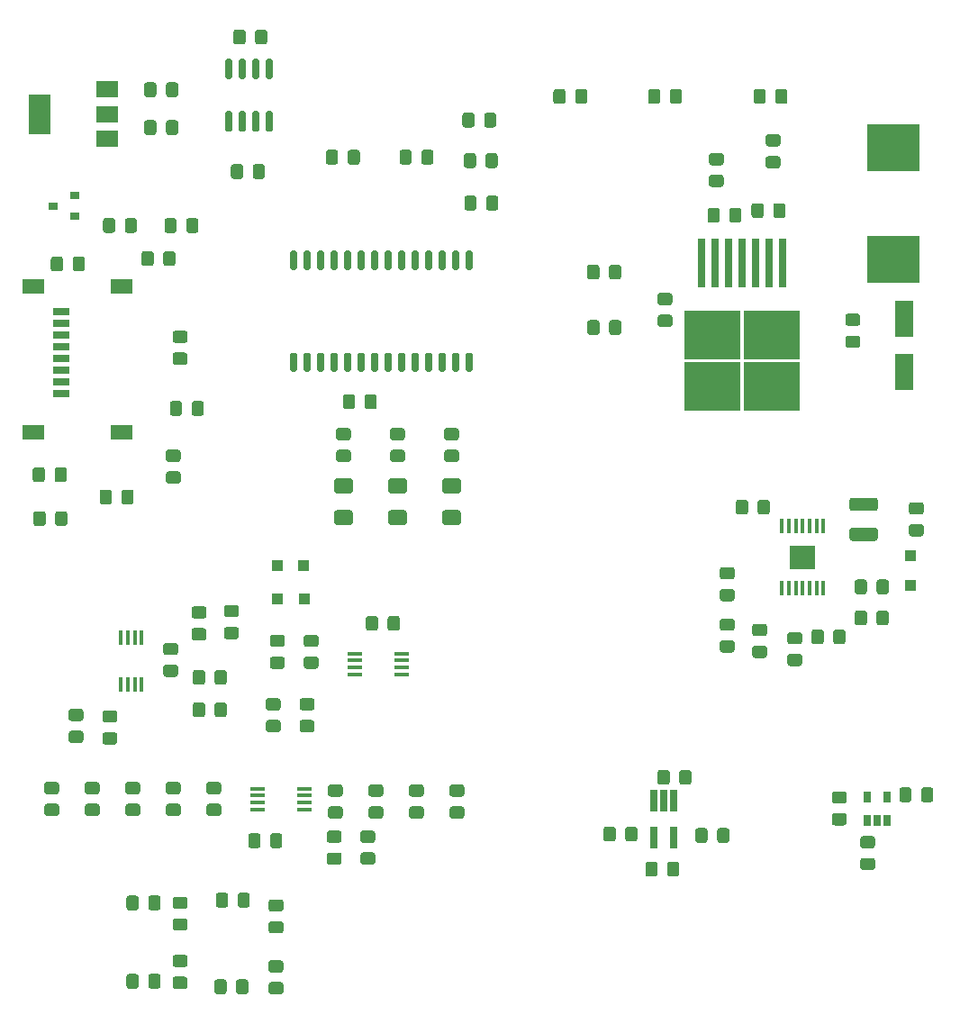
<source format=gbr>
%TF.GenerationSoftware,KiCad,Pcbnew,(5.1.9)-1*%
%TF.CreationDate,2021-06-29T22:39:32-04:00*%
%TF.ProjectId,detector_circuit,64657465-6374-46f7-925f-636972637569,rev?*%
%TF.SameCoordinates,Original*%
%TF.FileFunction,Paste,Top*%
%TF.FilePolarity,Positive*%
%FSLAX46Y46*%
G04 Gerber Fmt 4.6, Leading zero omitted, Abs format (unit mm)*
G04 Created by KiCad (PCBNEW (5.1.9)-1) date 2021-06-29 22:39:32*
%MOMM*%
%LPD*%
G01*
G04 APERTURE LIST*
%ADD10R,0.650000X2.000000*%
%ADD11R,5.250000X4.550000*%
%ADD12R,0.800000X4.600000*%
%ADD13R,5.000000X4.500000*%
%ADD14R,1.450000X0.450000*%
%ADD15R,1.800000X3.500000*%
%ADD16R,0.355600X1.473200*%
%ADD17R,2.460000X2.310000*%
%ADD18R,2.000000X3.800000*%
%ADD19R,2.000000X1.500000*%
%ADD20R,0.650000X1.060000*%
%ADD21R,1.000000X1.000000*%
%ADD22R,1.100000X1.100000*%
%ADD23R,0.450000X1.450000*%
%ADD24R,0.900000X0.800000*%
%ADD25R,2.000000X1.450000*%
%ADD26R,1.500000X0.800000*%
G04 APERTURE END LIST*
%TO.C,C13*%
G36*
G01*
X107790400Y-68344201D02*
X107790400Y-67444199D01*
G75*
G02*
X108040399Y-67194200I249999J0D01*
G01*
X108690401Y-67194200D01*
G75*
G02*
X108940400Y-67444199I0J-249999D01*
G01*
X108940400Y-68344201D01*
G75*
G02*
X108690401Y-68594200I-249999J0D01*
G01*
X108040399Y-68594200D01*
G75*
G02*
X107790400Y-68344201I0J249999D01*
G01*
G37*
G36*
G01*
X105740400Y-68344201D02*
X105740400Y-67444199D01*
G75*
G02*
X105990399Y-67194200I249999J0D01*
G01*
X106640401Y-67194200D01*
G75*
G02*
X106890400Y-67444199I0J-249999D01*
G01*
X106890400Y-68344201D01*
G75*
G02*
X106640401Y-68594200I-249999J0D01*
G01*
X105990399Y-68594200D01*
G75*
G02*
X105740400Y-68344201I0J249999D01*
G01*
G37*
%TD*%
%TO.C,U10*%
G36*
G01*
X109197000Y-62206000D02*
X109497000Y-62206000D01*
G75*
G02*
X109647000Y-62356000I0J-150000D01*
G01*
X109647000Y-64006000D01*
G75*
G02*
X109497000Y-64156000I-150000J0D01*
G01*
X109197000Y-64156000D01*
G75*
G02*
X109047000Y-64006000I0J150000D01*
G01*
X109047000Y-62356000D01*
G75*
G02*
X109197000Y-62206000I150000J0D01*
G01*
G37*
G36*
G01*
X107927000Y-62206000D02*
X108227000Y-62206000D01*
G75*
G02*
X108377000Y-62356000I0J-150000D01*
G01*
X108377000Y-64006000D01*
G75*
G02*
X108227000Y-64156000I-150000J0D01*
G01*
X107927000Y-64156000D01*
G75*
G02*
X107777000Y-64006000I0J150000D01*
G01*
X107777000Y-62356000D01*
G75*
G02*
X107927000Y-62206000I150000J0D01*
G01*
G37*
G36*
G01*
X106657000Y-62206000D02*
X106957000Y-62206000D01*
G75*
G02*
X107107000Y-62356000I0J-150000D01*
G01*
X107107000Y-64006000D01*
G75*
G02*
X106957000Y-64156000I-150000J0D01*
G01*
X106657000Y-64156000D01*
G75*
G02*
X106507000Y-64006000I0J150000D01*
G01*
X106507000Y-62356000D01*
G75*
G02*
X106657000Y-62206000I150000J0D01*
G01*
G37*
G36*
G01*
X105387000Y-62206000D02*
X105687000Y-62206000D01*
G75*
G02*
X105837000Y-62356000I0J-150000D01*
G01*
X105837000Y-64006000D01*
G75*
G02*
X105687000Y-64156000I-150000J0D01*
G01*
X105387000Y-64156000D01*
G75*
G02*
X105237000Y-64006000I0J150000D01*
G01*
X105237000Y-62356000D01*
G75*
G02*
X105387000Y-62206000I150000J0D01*
G01*
G37*
G36*
G01*
X105387000Y-57256000D02*
X105687000Y-57256000D01*
G75*
G02*
X105837000Y-57406000I0J-150000D01*
G01*
X105837000Y-59056000D01*
G75*
G02*
X105687000Y-59206000I-150000J0D01*
G01*
X105387000Y-59206000D01*
G75*
G02*
X105237000Y-59056000I0J150000D01*
G01*
X105237000Y-57406000D01*
G75*
G02*
X105387000Y-57256000I150000J0D01*
G01*
G37*
G36*
G01*
X106657000Y-57256000D02*
X106957000Y-57256000D01*
G75*
G02*
X107107000Y-57406000I0J-150000D01*
G01*
X107107000Y-59056000D01*
G75*
G02*
X106957000Y-59206000I-150000J0D01*
G01*
X106657000Y-59206000D01*
G75*
G02*
X106507000Y-59056000I0J150000D01*
G01*
X106507000Y-57406000D01*
G75*
G02*
X106657000Y-57256000I150000J0D01*
G01*
G37*
G36*
G01*
X107927000Y-57256000D02*
X108227000Y-57256000D01*
G75*
G02*
X108377000Y-57406000I0J-150000D01*
G01*
X108377000Y-59056000D01*
G75*
G02*
X108227000Y-59206000I-150000J0D01*
G01*
X107927000Y-59206000D01*
G75*
G02*
X107777000Y-59056000I0J150000D01*
G01*
X107777000Y-57406000D01*
G75*
G02*
X107927000Y-57256000I150000J0D01*
G01*
G37*
G36*
G01*
X109197000Y-57256000D02*
X109497000Y-57256000D01*
G75*
G02*
X109647000Y-57406000I0J-150000D01*
G01*
X109647000Y-59056000D01*
G75*
G02*
X109497000Y-59206000I-150000J0D01*
G01*
X109197000Y-59206000D01*
G75*
G02*
X109047000Y-59056000I0J150000D01*
G01*
X109047000Y-57406000D01*
G75*
G02*
X109197000Y-57256000I150000J0D01*
G01*
G37*
%TD*%
D10*
%TO.C,U3*%
X147381000Y-130488000D03*
X145481000Y-130488000D03*
X145481000Y-127068000D03*
X146431000Y-127068000D03*
X147381000Y-127068000D03*
%TD*%
D11*
%TO.C,U1*%
X151022000Y-83236500D03*
X156572000Y-88086500D03*
X156572000Y-83236500D03*
X151022000Y-88086500D03*
D12*
X149987000Y-76511500D03*
X151257000Y-76511500D03*
X152527000Y-76511500D03*
X153797000Y-76511500D03*
X155067000Y-76511500D03*
X156337000Y-76511500D03*
X157607000Y-76511500D03*
%TD*%
%TO.C,C4*%
G36*
G01*
X170630000Y-126942001D02*
X170630000Y-126041999D01*
G75*
G02*
X170879999Y-125792000I249999J0D01*
G01*
X171530001Y-125792000D01*
G75*
G02*
X171780000Y-126041999I0J-249999D01*
G01*
X171780000Y-126942001D01*
G75*
G02*
X171530001Y-127192000I-249999J0D01*
G01*
X170879999Y-127192000D01*
G75*
G02*
X170630000Y-126942001I0J249999D01*
G01*
G37*
G36*
G01*
X168580000Y-126942001D02*
X168580000Y-126041999D01*
G75*
G02*
X168829999Y-125792000I249999J0D01*
G01*
X169480001Y-125792000D01*
G75*
G02*
X169730000Y-126041999I0J-249999D01*
G01*
X169730000Y-126942001D01*
G75*
G02*
X169480001Y-127192000I-249999J0D01*
G01*
X168829999Y-127192000D01*
G75*
G02*
X168580000Y-126942001I0J249999D01*
G01*
G37*
%TD*%
%TO.C,R26*%
G36*
G01*
X115001999Y-131904000D02*
X115902001Y-131904000D01*
G75*
G02*
X116152000Y-132153999I0J-249999D01*
G01*
X116152000Y-132804001D01*
G75*
G02*
X115902001Y-133054000I-249999J0D01*
G01*
X115001999Y-133054000D01*
G75*
G02*
X114752000Y-132804001I0J249999D01*
G01*
X114752000Y-132153999D01*
G75*
G02*
X115001999Y-131904000I249999J0D01*
G01*
G37*
G36*
G01*
X115001999Y-129854000D02*
X115902001Y-129854000D01*
G75*
G02*
X116152000Y-130103999I0J-249999D01*
G01*
X116152000Y-130754001D01*
G75*
G02*
X115902001Y-131004000I-249999J0D01*
G01*
X115001999Y-131004000D01*
G75*
G02*
X114752000Y-130754001I0J249999D01*
G01*
X114752000Y-130103999D01*
G75*
G02*
X115001999Y-129854000I249999J0D01*
G01*
G37*
%TD*%
%TO.C,R34*%
G36*
G01*
X119068001Y-130995000D02*
X118167999Y-130995000D01*
G75*
G02*
X117918000Y-130745001I0J249999D01*
G01*
X117918000Y-130094999D01*
G75*
G02*
X118167999Y-129845000I249999J0D01*
G01*
X119068001Y-129845000D01*
G75*
G02*
X119318000Y-130094999I0J-249999D01*
G01*
X119318000Y-130745001D01*
G75*
G02*
X119068001Y-130995000I-249999J0D01*
G01*
G37*
G36*
G01*
X119068001Y-133045000D02*
X118167999Y-133045000D01*
G75*
G02*
X117918000Y-132795001I0J249999D01*
G01*
X117918000Y-132144999D01*
G75*
G02*
X118167999Y-131895000I249999J0D01*
G01*
X119068001Y-131895000D01*
G75*
G02*
X119318000Y-132144999I0J-249999D01*
G01*
X119318000Y-132795001D01*
G75*
G02*
X119068001Y-133045000I-249999J0D01*
G01*
G37*
%TD*%
%TO.C,R39*%
G36*
G01*
X109658999Y-113489000D02*
X110559001Y-113489000D01*
G75*
G02*
X110809000Y-113738999I0J-249999D01*
G01*
X110809000Y-114389001D01*
G75*
G02*
X110559001Y-114639000I-249999J0D01*
G01*
X109658999Y-114639000D01*
G75*
G02*
X109409000Y-114389001I0J249999D01*
G01*
X109409000Y-113738999D01*
G75*
G02*
X109658999Y-113489000I249999J0D01*
G01*
G37*
G36*
G01*
X109658999Y-111439000D02*
X110559001Y-111439000D01*
G75*
G02*
X110809000Y-111688999I0J-249999D01*
G01*
X110809000Y-112339001D01*
G75*
G02*
X110559001Y-112589000I-249999J0D01*
G01*
X109658999Y-112589000D01*
G75*
G02*
X109409000Y-112339001I0J249999D01*
G01*
X109409000Y-111688999D01*
G75*
G02*
X109658999Y-111439000I249999J0D01*
G01*
G37*
%TD*%
%TO.C,C32*%
G36*
G01*
X97077000Y-136201999D02*
X97077000Y-137102001D01*
G75*
G02*
X96827001Y-137352000I-249999J0D01*
G01*
X96176999Y-137352000D01*
G75*
G02*
X95927000Y-137102001I0J249999D01*
G01*
X95927000Y-136201999D01*
G75*
G02*
X96176999Y-135952000I249999J0D01*
G01*
X96827001Y-135952000D01*
G75*
G02*
X97077000Y-136201999I0J-249999D01*
G01*
G37*
G36*
G01*
X99127000Y-136201999D02*
X99127000Y-137102001D01*
G75*
G02*
X98877001Y-137352000I-249999J0D01*
G01*
X98226999Y-137352000D01*
G75*
G02*
X97977000Y-137102001I0J249999D01*
G01*
X97977000Y-136201999D01*
G75*
G02*
X98226999Y-135952000I249999J0D01*
G01*
X98877001Y-135952000D01*
G75*
G02*
X99127000Y-136201999I0J-249999D01*
G01*
G37*
%TD*%
%TO.C,R19*%
G36*
G01*
X102050000Y-90620001D02*
X102050000Y-89719999D01*
G75*
G02*
X102299999Y-89470000I249999J0D01*
G01*
X102950001Y-89470000D01*
G75*
G02*
X103200000Y-89719999I0J-249999D01*
G01*
X103200000Y-90620001D01*
G75*
G02*
X102950001Y-90870000I-249999J0D01*
G01*
X102299999Y-90870000D01*
G75*
G02*
X102050000Y-90620001I0J249999D01*
G01*
G37*
G36*
G01*
X100000000Y-90620001D02*
X100000000Y-89719999D01*
G75*
G02*
X100249999Y-89470000I249999J0D01*
G01*
X100900001Y-89470000D01*
G75*
G02*
X101150000Y-89719999I0J-249999D01*
G01*
X101150000Y-90620001D01*
G75*
G02*
X100900001Y-90870000I-249999J0D01*
G01*
X100249999Y-90870000D01*
G75*
G02*
X100000000Y-90620001I0J249999D01*
G01*
G37*
%TD*%
D13*
%TO.C,L2*%
X168021000Y-65636500D03*
X168021000Y-76136500D03*
%TD*%
%TO.C,C27*%
G36*
G01*
X93910999Y-120601000D02*
X94811001Y-120601000D01*
G75*
G02*
X95061000Y-120850999I0J-249999D01*
G01*
X95061000Y-121501001D01*
G75*
G02*
X94811001Y-121751000I-249999J0D01*
G01*
X93910999Y-121751000D01*
G75*
G02*
X93661000Y-121501001I0J249999D01*
G01*
X93661000Y-120850999D01*
G75*
G02*
X93910999Y-120601000I249999J0D01*
G01*
G37*
G36*
G01*
X93910999Y-118551000D02*
X94811001Y-118551000D01*
G75*
G02*
X95061000Y-118800999I0J-249999D01*
G01*
X95061000Y-119451001D01*
G75*
G02*
X94811001Y-119701000I-249999J0D01*
G01*
X93910999Y-119701000D01*
G75*
G02*
X93661000Y-119451001I0J249999D01*
G01*
X93661000Y-118800999D01*
G75*
G02*
X93910999Y-118551000I249999J0D01*
G01*
G37*
%TD*%
D14*
%TO.C,U12*%
X112690000Y-125898000D03*
X112690000Y-126548000D03*
X112690000Y-127198000D03*
X112690000Y-127848000D03*
X108290000Y-127848000D03*
X108290000Y-127198000D03*
X108290000Y-126548000D03*
X108290000Y-125898000D03*
%TD*%
%TO.C,R2*%
G36*
G01*
X150933999Y-68204500D02*
X151834001Y-68204500D01*
G75*
G02*
X152084000Y-68454499I0J-249999D01*
G01*
X152084000Y-69104501D01*
G75*
G02*
X151834001Y-69354500I-249999J0D01*
G01*
X150933999Y-69354500D01*
G75*
G02*
X150684000Y-69104501I0J249999D01*
G01*
X150684000Y-68454499D01*
G75*
G02*
X150933999Y-68204500I249999J0D01*
G01*
G37*
G36*
G01*
X150933999Y-66154500D02*
X151834001Y-66154500D01*
G75*
G02*
X152084000Y-66404499I0J-249999D01*
G01*
X152084000Y-67054501D01*
G75*
G02*
X151834001Y-67304500I-249999J0D01*
G01*
X150933999Y-67304500D01*
G75*
G02*
X150684000Y-67054501I0J249999D01*
G01*
X150684000Y-66404499D01*
G75*
G02*
X150933999Y-66154500I249999J0D01*
G01*
G37*
%TD*%
%TO.C,C37*%
G36*
G01*
X109277999Y-119449000D02*
X110178001Y-119449000D01*
G75*
G02*
X110428000Y-119698999I0J-249999D01*
G01*
X110428000Y-120349001D01*
G75*
G02*
X110178001Y-120599000I-249999J0D01*
G01*
X109277999Y-120599000D01*
G75*
G02*
X109028000Y-120349001I0J249999D01*
G01*
X109028000Y-119698999D01*
G75*
G02*
X109277999Y-119449000I249999J0D01*
G01*
G37*
G36*
G01*
X109277999Y-117399000D02*
X110178001Y-117399000D01*
G75*
G02*
X110428000Y-117648999I0J-249999D01*
G01*
X110428000Y-118299001D01*
G75*
G02*
X110178001Y-118549000I-249999J0D01*
G01*
X109277999Y-118549000D01*
G75*
G02*
X109028000Y-118299001I0J249999D01*
G01*
X109028000Y-117648999D01*
G75*
G02*
X109277999Y-117399000I249999J0D01*
G01*
G37*
%TD*%
%TO.C,R42*%
G36*
G01*
X90735999Y-120456000D02*
X91636001Y-120456000D01*
G75*
G02*
X91886000Y-120705999I0J-249999D01*
G01*
X91886000Y-121356001D01*
G75*
G02*
X91636001Y-121606000I-249999J0D01*
G01*
X90735999Y-121606000D01*
G75*
G02*
X90486000Y-121356001I0J249999D01*
G01*
X90486000Y-120705999D01*
G75*
G02*
X90735999Y-120456000I249999J0D01*
G01*
G37*
G36*
G01*
X90735999Y-118406000D02*
X91636001Y-118406000D01*
G75*
G02*
X91886000Y-118655999I0J-249999D01*
G01*
X91886000Y-119306001D01*
G75*
G02*
X91636001Y-119556000I-249999J0D01*
G01*
X90735999Y-119556000D01*
G75*
G02*
X90486000Y-119306001I0J249999D01*
G01*
X90486000Y-118655999D01*
G75*
G02*
X90735999Y-118406000I249999J0D01*
G01*
G37*
%TD*%
%TO.C,C35*%
G36*
G01*
X108525000Y-130359999D02*
X108525000Y-131260001D01*
G75*
G02*
X108275001Y-131510000I-249999J0D01*
G01*
X107624999Y-131510000D01*
G75*
G02*
X107375000Y-131260001I0J249999D01*
G01*
X107375000Y-130359999D01*
G75*
G02*
X107624999Y-130110000I249999J0D01*
G01*
X108275001Y-130110000D01*
G75*
G02*
X108525000Y-130359999I0J-249999D01*
G01*
G37*
G36*
G01*
X110575000Y-130359999D02*
X110575000Y-131260001D01*
G75*
G02*
X110325001Y-131510000I-249999J0D01*
G01*
X109674999Y-131510000D01*
G75*
G02*
X109425000Y-131260001I0J249999D01*
G01*
X109425000Y-130359999D01*
G75*
G02*
X109674999Y-130110000I249999J0D01*
G01*
X110325001Y-130110000D01*
G75*
G02*
X110575000Y-130359999I0J-249999D01*
G01*
G37*
%TD*%
D15*
%TO.C,D7*%
X169037000Y-86764500D03*
X169037000Y-81764500D03*
%TD*%
D16*
%TO.C,U6*%
X161462034Y-101219000D03*
X160812023Y-101219000D03*
X160162011Y-101219000D03*
X159512000Y-101219000D03*
X158861989Y-101219000D03*
X158211977Y-101219000D03*
X157561966Y-101219000D03*
X157561966Y-107061000D03*
X158211977Y-107061000D03*
X158861989Y-107061000D03*
X159512000Y-107061000D03*
X160162011Y-107061000D03*
X160812023Y-107061000D03*
X161462034Y-107061000D03*
D17*
X159512000Y-104140000D03*
%TD*%
%TO.C,R41*%
G36*
G01*
X152596000Y-72459001D02*
X152596000Y-71558999D01*
G75*
G02*
X152845999Y-71309000I249999J0D01*
G01*
X153496001Y-71309000D01*
G75*
G02*
X153746000Y-71558999I0J-249999D01*
G01*
X153746000Y-72459001D01*
G75*
G02*
X153496001Y-72709000I-249999J0D01*
G01*
X152845999Y-72709000D01*
G75*
G02*
X152596000Y-72459001I0J249999D01*
G01*
G37*
G36*
G01*
X150546000Y-72459001D02*
X150546000Y-71558999D01*
G75*
G02*
X150795999Y-71309000I249999J0D01*
G01*
X151446001Y-71309000D01*
G75*
G02*
X151696000Y-71558999I0J-249999D01*
G01*
X151696000Y-72459001D01*
G75*
G02*
X151446001Y-72709000I-249999J0D01*
G01*
X150795999Y-72709000D01*
G75*
G02*
X150546000Y-72459001I0J249999D01*
G01*
G37*
%TD*%
%TO.C,L1*%
G36*
G01*
X166302000Y-99809000D02*
X164152000Y-99809000D01*
G75*
G02*
X163902000Y-99559000I0J250000D01*
G01*
X163902000Y-98809000D01*
G75*
G02*
X164152000Y-98559000I250000J0D01*
G01*
X166302000Y-98559000D01*
G75*
G02*
X166552000Y-98809000I0J-250000D01*
G01*
X166552000Y-99559000D01*
G75*
G02*
X166302000Y-99809000I-250000J0D01*
G01*
G37*
G36*
G01*
X166302000Y-102609000D02*
X164152000Y-102609000D01*
G75*
G02*
X163902000Y-102359000I0J250000D01*
G01*
X163902000Y-101609000D01*
G75*
G02*
X164152000Y-101359000I250000J0D01*
G01*
X166302000Y-101359000D01*
G75*
G02*
X166552000Y-101609000I0J-250000D01*
G01*
X166552000Y-102359000D01*
G75*
G02*
X166302000Y-102609000I-250000J0D01*
G01*
G37*
%TD*%
%TO.C,C26*%
G36*
G01*
X156267999Y-66435500D02*
X157168001Y-66435500D01*
G75*
G02*
X157418000Y-66685499I0J-249999D01*
G01*
X157418000Y-67335501D01*
G75*
G02*
X157168001Y-67585500I-249999J0D01*
G01*
X156267999Y-67585500D01*
G75*
G02*
X156018000Y-67335501I0J249999D01*
G01*
X156018000Y-66685499D01*
G75*
G02*
X156267999Y-66435500I249999J0D01*
G01*
G37*
G36*
G01*
X156267999Y-64385500D02*
X157168001Y-64385500D01*
G75*
G02*
X157418000Y-64635499I0J-249999D01*
G01*
X157418000Y-65285501D01*
G75*
G02*
X157168001Y-65535500I-249999J0D01*
G01*
X156267999Y-65535500D01*
G75*
G02*
X156018000Y-65285501I0J249999D01*
G01*
X156018000Y-64635499D01*
G75*
G02*
X156267999Y-64385500I249999J0D01*
G01*
G37*
%TD*%
%TO.C,C25*%
G36*
G01*
X155832500Y-71114499D02*
X155832500Y-72014501D01*
G75*
G02*
X155582501Y-72264500I-249999J0D01*
G01*
X154932499Y-72264500D01*
G75*
G02*
X154682500Y-72014501I0J249999D01*
G01*
X154682500Y-71114499D01*
G75*
G02*
X154932499Y-70864500I249999J0D01*
G01*
X155582501Y-70864500D01*
G75*
G02*
X155832500Y-71114499I0J-249999D01*
G01*
G37*
G36*
G01*
X157882500Y-71114499D02*
X157882500Y-72014501D01*
G75*
G02*
X157632501Y-72264500I-249999J0D01*
G01*
X156982499Y-72264500D01*
G75*
G02*
X156732500Y-72014501I0J249999D01*
G01*
X156732500Y-71114499D01*
G75*
G02*
X156982499Y-70864500I249999J0D01*
G01*
X157632501Y-70864500D01*
G75*
G02*
X157882500Y-71114499I0J-249999D01*
G01*
G37*
%TD*%
%TO.C,C24*%
G36*
G01*
X163760999Y-83308500D02*
X164661001Y-83308500D01*
G75*
G02*
X164911000Y-83558499I0J-249999D01*
G01*
X164911000Y-84208501D01*
G75*
G02*
X164661001Y-84458500I-249999J0D01*
G01*
X163760999Y-84458500D01*
G75*
G02*
X163511000Y-84208501I0J249999D01*
G01*
X163511000Y-83558499D01*
G75*
G02*
X163760999Y-83308500I249999J0D01*
G01*
G37*
G36*
G01*
X163760999Y-81258500D02*
X164661001Y-81258500D01*
G75*
G02*
X164911000Y-81508499I0J-249999D01*
G01*
X164911000Y-82158501D01*
G75*
G02*
X164661001Y-82408500I-249999J0D01*
G01*
X163760999Y-82408500D01*
G75*
G02*
X163511000Y-82158501I0J249999D01*
G01*
X163511000Y-81508499D01*
G75*
G02*
X163760999Y-81258500I249999J0D01*
G01*
G37*
%TD*%
%TO.C,C22*%
G36*
G01*
X146107999Y-81349000D02*
X147008001Y-81349000D01*
G75*
G02*
X147258000Y-81598999I0J-249999D01*
G01*
X147258000Y-82249001D01*
G75*
G02*
X147008001Y-82499000I-249999J0D01*
G01*
X146107999Y-82499000D01*
G75*
G02*
X145858000Y-82249001I0J249999D01*
G01*
X145858000Y-81598999D01*
G75*
G02*
X146107999Y-81349000I249999J0D01*
G01*
G37*
G36*
G01*
X146107999Y-79299000D02*
X147008001Y-79299000D01*
G75*
G02*
X147258000Y-79548999I0J-249999D01*
G01*
X147258000Y-80199001D01*
G75*
G02*
X147008001Y-80449000I-249999J0D01*
G01*
X146107999Y-80449000D01*
G75*
G02*
X145858000Y-80199001I0J249999D01*
G01*
X145858000Y-79548999D01*
G75*
G02*
X146107999Y-79299000I249999J0D01*
G01*
G37*
%TD*%
%TO.C,U5*%
G36*
G01*
X127993000Y-84926000D02*
X128293000Y-84926000D01*
G75*
G02*
X128443000Y-85076000I0J-150000D01*
G01*
X128443000Y-86576000D01*
G75*
G02*
X128293000Y-86726000I-150000J0D01*
G01*
X127993000Y-86726000D01*
G75*
G02*
X127843000Y-86576000I0J150000D01*
G01*
X127843000Y-85076000D01*
G75*
G02*
X127993000Y-84926000I150000J0D01*
G01*
G37*
G36*
G01*
X126723000Y-84926000D02*
X127023000Y-84926000D01*
G75*
G02*
X127173000Y-85076000I0J-150000D01*
G01*
X127173000Y-86576000D01*
G75*
G02*
X127023000Y-86726000I-150000J0D01*
G01*
X126723000Y-86726000D01*
G75*
G02*
X126573000Y-86576000I0J150000D01*
G01*
X126573000Y-85076000D01*
G75*
G02*
X126723000Y-84926000I150000J0D01*
G01*
G37*
G36*
G01*
X125453000Y-84926000D02*
X125753000Y-84926000D01*
G75*
G02*
X125903000Y-85076000I0J-150000D01*
G01*
X125903000Y-86576000D01*
G75*
G02*
X125753000Y-86726000I-150000J0D01*
G01*
X125453000Y-86726000D01*
G75*
G02*
X125303000Y-86576000I0J150000D01*
G01*
X125303000Y-85076000D01*
G75*
G02*
X125453000Y-84926000I150000J0D01*
G01*
G37*
G36*
G01*
X124183000Y-84926000D02*
X124483000Y-84926000D01*
G75*
G02*
X124633000Y-85076000I0J-150000D01*
G01*
X124633000Y-86576000D01*
G75*
G02*
X124483000Y-86726000I-150000J0D01*
G01*
X124183000Y-86726000D01*
G75*
G02*
X124033000Y-86576000I0J150000D01*
G01*
X124033000Y-85076000D01*
G75*
G02*
X124183000Y-84926000I150000J0D01*
G01*
G37*
G36*
G01*
X122913000Y-84926000D02*
X123213000Y-84926000D01*
G75*
G02*
X123363000Y-85076000I0J-150000D01*
G01*
X123363000Y-86576000D01*
G75*
G02*
X123213000Y-86726000I-150000J0D01*
G01*
X122913000Y-86726000D01*
G75*
G02*
X122763000Y-86576000I0J150000D01*
G01*
X122763000Y-85076000D01*
G75*
G02*
X122913000Y-84926000I150000J0D01*
G01*
G37*
G36*
G01*
X121643000Y-84926000D02*
X121943000Y-84926000D01*
G75*
G02*
X122093000Y-85076000I0J-150000D01*
G01*
X122093000Y-86576000D01*
G75*
G02*
X121943000Y-86726000I-150000J0D01*
G01*
X121643000Y-86726000D01*
G75*
G02*
X121493000Y-86576000I0J150000D01*
G01*
X121493000Y-85076000D01*
G75*
G02*
X121643000Y-84926000I150000J0D01*
G01*
G37*
G36*
G01*
X120373000Y-84926000D02*
X120673000Y-84926000D01*
G75*
G02*
X120823000Y-85076000I0J-150000D01*
G01*
X120823000Y-86576000D01*
G75*
G02*
X120673000Y-86726000I-150000J0D01*
G01*
X120373000Y-86726000D01*
G75*
G02*
X120223000Y-86576000I0J150000D01*
G01*
X120223000Y-85076000D01*
G75*
G02*
X120373000Y-84926000I150000J0D01*
G01*
G37*
G36*
G01*
X119103000Y-84926000D02*
X119403000Y-84926000D01*
G75*
G02*
X119553000Y-85076000I0J-150000D01*
G01*
X119553000Y-86576000D01*
G75*
G02*
X119403000Y-86726000I-150000J0D01*
G01*
X119103000Y-86726000D01*
G75*
G02*
X118953000Y-86576000I0J150000D01*
G01*
X118953000Y-85076000D01*
G75*
G02*
X119103000Y-84926000I150000J0D01*
G01*
G37*
G36*
G01*
X117833000Y-84926000D02*
X118133000Y-84926000D01*
G75*
G02*
X118283000Y-85076000I0J-150000D01*
G01*
X118283000Y-86576000D01*
G75*
G02*
X118133000Y-86726000I-150000J0D01*
G01*
X117833000Y-86726000D01*
G75*
G02*
X117683000Y-86576000I0J150000D01*
G01*
X117683000Y-85076000D01*
G75*
G02*
X117833000Y-84926000I150000J0D01*
G01*
G37*
G36*
G01*
X116563000Y-84926000D02*
X116863000Y-84926000D01*
G75*
G02*
X117013000Y-85076000I0J-150000D01*
G01*
X117013000Y-86576000D01*
G75*
G02*
X116863000Y-86726000I-150000J0D01*
G01*
X116563000Y-86726000D01*
G75*
G02*
X116413000Y-86576000I0J150000D01*
G01*
X116413000Y-85076000D01*
G75*
G02*
X116563000Y-84926000I150000J0D01*
G01*
G37*
G36*
G01*
X115293000Y-84926000D02*
X115593000Y-84926000D01*
G75*
G02*
X115743000Y-85076000I0J-150000D01*
G01*
X115743000Y-86576000D01*
G75*
G02*
X115593000Y-86726000I-150000J0D01*
G01*
X115293000Y-86726000D01*
G75*
G02*
X115143000Y-86576000I0J150000D01*
G01*
X115143000Y-85076000D01*
G75*
G02*
X115293000Y-84926000I150000J0D01*
G01*
G37*
G36*
G01*
X114023000Y-84926000D02*
X114323000Y-84926000D01*
G75*
G02*
X114473000Y-85076000I0J-150000D01*
G01*
X114473000Y-86576000D01*
G75*
G02*
X114323000Y-86726000I-150000J0D01*
G01*
X114023000Y-86726000D01*
G75*
G02*
X113873000Y-86576000I0J150000D01*
G01*
X113873000Y-85076000D01*
G75*
G02*
X114023000Y-84926000I150000J0D01*
G01*
G37*
G36*
G01*
X112753000Y-84926000D02*
X113053000Y-84926000D01*
G75*
G02*
X113203000Y-85076000I0J-150000D01*
G01*
X113203000Y-86576000D01*
G75*
G02*
X113053000Y-86726000I-150000J0D01*
G01*
X112753000Y-86726000D01*
G75*
G02*
X112603000Y-86576000I0J150000D01*
G01*
X112603000Y-85076000D01*
G75*
G02*
X112753000Y-84926000I150000J0D01*
G01*
G37*
G36*
G01*
X111483000Y-84926000D02*
X111783000Y-84926000D01*
G75*
G02*
X111933000Y-85076000I0J-150000D01*
G01*
X111933000Y-86576000D01*
G75*
G02*
X111783000Y-86726000I-150000J0D01*
G01*
X111483000Y-86726000D01*
G75*
G02*
X111333000Y-86576000I0J150000D01*
G01*
X111333000Y-85076000D01*
G75*
G02*
X111483000Y-84926000I150000J0D01*
G01*
G37*
G36*
G01*
X111483000Y-75326000D02*
X111783000Y-75326000D01*
G75*
G02*
X111933000Y-75476000I0J-150000D01*
G01*
X111933000Y-76976000D01*
G75*
G02*
X111783000Y-77126000I-150000J0D01*
G01*
X111483000Y-77126000D01*
G75*
G02*
X111333000Y-76976000I0J150000D01*
G01*
X111333000Y-75476000D01*
G75*
G02*
X111483000Y-75326000I150000J0D01*
G01*
G37*
G36*
G01*
X112753000Y-75326000D02*
X113053000Y-75326000D01*
G75*
G02*
X113203000Y-75476000I0J-150000D01*
G01*
X113203000Y-76976000D01*
G75*
G02*
X113053000Y-77126000I-150000J0D01*
G01*
X112753000Y-77126000D01*
G75*
G02*
X112603000Y-76976000I0J150000D01*
G01*
X112603000Y-75476000D01*
G75*
G02*
X112753000Y-75326000I150000J0D01*
G01*
G37*
G36*
G01*
X114023000Y-75326000D02*
X114323000Y-75326000D01*
G75*
G02*
X114473000Y-75476000I0J-150000D01*
G01*
X114473000Y-76976000D01*
G75*
G02*
X114323000Y-77126000I-150000J0D01*
G01*
X114023000Y-77126000D01*
G75*
G02*
X113873000Y-76976000I0J150000D01*
G01*
X113873000Y-75476000D01*
G75*
G02*
X114023000Y-75326000I150000J0D01*
G01*
G37*
G36*
G01*
X115293000Y-75326000D02*
X115593000Y-75326000D01*
G75*
G02*
X115743000Y-75476000I0J-150000D01*
G01*
X115743000Y-76976000D01*
G75*
G02*
X115593000Y-77126000I-150000J0D01*
G01*
X115293000Y-77126000D01*
G75*
G02*
X115143000Y-76976000I0J150000D01*
G01*
X115143000Y-75476000D01*
G75*
G02*
X115293000Y-75326000I150000J0D01*
G01*
G37*
G36*
G01*
X116563000Y-75326000D02*
X116863000Y-75326000D01*
G75*
G02*
X117013000Y-75476000I0J-150000D01*
G01*
X117013000Y-76976000D01*
G75*
G02*
X116863000Y-77126000I-150000J0D01*
G01*
X116563000Y-77126000D01*
G75*
G02*
X116413000Y-76976000I0J150000D01*
G01*
X116413000Y-75476000D01*
G75*
G02*
X116563000Y-75326000I150000J0D01*
G01*
G37*
G36*
G01*
X117833000Y-75326000D02*
X118133000Y-75326000D01*
G75*
G02*
X118283000Y-75476000I0J-150000D01*
G01*
X118283000Y-76976000D01*
G75*
G02*
X118133000Y-77126000I-150000J0D01*
G01*
X117833000Y-77126000D01*
G75*
G02*
X117683000Y-76976000I0J150000D01*
G01*
X117683000Y-75476000D01*
G75*
G02*
X117833000Y-75326000I150000J0D01*
G01*
G37*
G36*
G01*
X119103000Y-75326000D02*
X119403000Y-75326000D01*
G75*
G02*
X119553000Y-75476000I0J-150000D01*
G01*
X119553000Y-76976000D01*
G75*
G02*
X119403000Y-77126000I-150000J0D01*
G01*
X119103000Y-77126000D01*
G75*
G02*
X118953000Y-76976000I0J150000D01*
G01*
X118953000Y-75476000D01*
G75*
G02*
X119103000Y-75326000I150000J0D01*
G01*
G37*
G36*
G01*
X120373000Y-75326000D02*
X120673000Y-75326000D01*
G75*
G02*
X120823000Y-75476000I0J-150000D01*
G01*
X120823000Y-76976000D01*
G75*
G02*
X120673000Y-77126000I-150000J0D01*
G01*
X120373000Y-77126000D01*
G75*
G02*
X120223000Y-76976000I0J150000D01*
G01*
X120223000Y-75476000D01*
G75*
G02*
X120373000Y-75326000I150000J0D01*
G01*
G37*
G36*
G01*
X121643000Y-75326000D02*
X121943000Y-75326000D01*
G75*
G02*
X122093000Y-75476000I0J-150000D01*
G01*
X122093000Y-76976000D01*
G75*
G02*
X121943000Y-77126000I-150000J0D01*
G01*
X121643000Y-77126000D01*
G75*
G02*
X121493000Y-76976000I0J150000D01*
G01*
X121493000Y-75476000D01*
G75*
G02*
X121643000Y-75326000I150000J0D01*
G01*
G37*
G36*
G01*
X122913000Y-75326000D02*
X123213000Y-75326000D01*
G75*
G02*
X123363000Y-75476000I0J-150000D01*
G01*
X123363000Y-76976000D01*
G75*
G02*
X123213000Y-77126000I-150000J0D01*
G01*
X122913000Y-77126000D01*
G75*
G02*
X122763000Y-76976000I0J150000D01*
G01*
X122763000Y-75476000D01*
G75*
G02*
X122913000Y-75326000I150000J0D01*
G01*
G37*
G36*
G01*
X124183000Y-75326000D02*
X124483000Y-75326000D01*
G75*
G02*
X124633000Y-75476000I0J-150000D01*
G01*
X124633000Y-76976000D01*
G75*
G02*
X124483000Y-77126000I-150000J0D01*
G01*
X124183000Y-77126000D01*
G75*
G02*
X124033000Y-76976000I0J150000D01*
G01*
X124033000Y-75476000D01*
G75*
G02*
X124183000Y-75326000I150000J0D01*
G01*
G37*
G36*
G01*
X125453000Y-75326000D02*
X125753000Y-75326000D01*
G75*
G02*
X125903000Y-75476000I0J-150000D01*
G01*
X125903000Y-76976000D01*
G75*
G02*
X125753000Y-77126000I-150000J0D01*
G01*
X125453000Y-77126000D01*
G75*
G02*
X125303000Y-76976000I0J150000D01*
G01*
X125303000Y-75476000D01*
G75*
G02*
X125453000Y-75326000I150000J0D01*
G01*
G37*
G36*
G01*
X126723000Y-75326000D02*
X127023000Y-75326000D01*
G75*
G02*
X127173000Y-75476000I0J-150000D01*
G01*
X127173000Y-76976000D01*
G75*
G02*
X127023000Y-77126000I-150000J0D01*
G01*
X126723000Y-77126000D01*
G75*
G02*
X126573000Y-76976000I0J150000D01*
G01*
X126573000Y-75476000D01*
G75*
G02*
X126723000Y-75326000I150000J0D01*
G01*
G37*
G36*
G01*
X127993000Y-75326000D02*
X128293000Y-75326000D01*
G75*
G02*
X128443000Y-75476000I0J-150000D01*
G01*
X128443000Y-76976000D01*
G75*
G02*
X128293000Y-77126000I-150000J0D01*
G01*
X127993000Y-77126000D01*
G75*
G02*
X127843000Y-76976000I0J150000D01*
G01*
X127843000Y-75476000D01*
G75*
G02*
X127993000Y-75326000I150000J0D01*
G01*
G37*
%TD*%
D18*
%TO.C,U4*%
X87782000Y-62484000D03*
D19*
X94082000Y-62484000D03*
X94082000Y-60184000D03*
X94082000Y-64784000D03*
%TD*%
D20*
%TO.C,U2*%
X165547000Y-126662000D03*
X167447000Y-126662000D03*
X167447000Y-128862000D03*
X166497000Y-128862000D03*
X165547000Y-128862000D03*
%TD*%
%TO.C,D5*%
G36*
G01*
X116957000Y-98158000D02*
X115707000Y-98158000D01*
G75*
G02*
X115457000Y-97908000I0J250000D01*
G01*
X115457000Y-96983000D01*
G75*
G02*
X115707000Y-96733000I250000J0D01*
G01*
X116957000Y-96733000D01*
G75*
G02*
X117207000Y-96983000I0J-250000D01*
G01*
X117207000Y-97908000D01*
G75*
G02*
X116957000Y-98158000I-250000J0D01*
G01*
G37*
G36*
G01*
X116957000Y-101133000D02*
X115707000Y-101133000D01*
G75*
G02*
X115457000Y-100883000I0J250000D01*
G01*
X115457000Y-99958000D01*
G75*
G02*
X115707000Y-99708000I250000J0D01*
G01*
X116957000Y-99708000D01*
G75*
G02*
X117207000Y-99958000I0J-250000D01*
G01*
X117207000Y-100883000D01*
G75*
G02*
X116957000Y-101133000I-250000J0D01*
G01*
G37*
%TD*%
%TO.C,D4*%
G36*
G01*
X127117000Y-98158000D02*
X125867000Y-98158000D01*
G75*
G02*
X125617000Y-97908000I0J250000D01*
G01*
X125617000Y-96983000D01*
G75*
G02*
X125867000Y-96733000I250000J0D01*
G01*
X127117000Y-96733000D01*
G75*
G02*
X127367000Y-96983000I0J-250000D01*
G01*
X127367000Y-97908000D01*
G75*
G02*
X127117000Y-98158000I-250000J0D01*
G01*
G37*
G36*
G01*
X127117000Y-101133000D02*
X125867000Y-101133000D01*
G75*
G02*
X125617000Y-100883000I0J250000D01*
G01*
X125617000Y-99958000D01*
G75*
G02*
X125867000Y-99708000I250000J0D01*
G01*
X127117000Y-99708000D01*
G75*
G02*
X127367000Y-99958000I0J-250000D01*
G01*
X127367000Y-100883000D01*
G75*
G02*
X127117000Y-101133000I-250000J0D01*
G01*
G37*
%TD*%
%TO.C,D3*%
G36*
G01*
X122037000Y-98158000D02*
X120787000Y-98158000D01*
G75*
G02*
X120537000Y-97908000I0J250000D01*
G01*
X120537000Y-96983000D01*
G75*
G02*
X120787000Y-96733000I250000J0D01*
G01*
X122037000Y-96733000D01*
G75*
G02*
X122287000Y-96983000I0J-250000D01*
G01*
X122287000Y-97908000D01*
G75*
G02*
X122037000Y-98158000I-250000J0D01*
G01*
G37*
G36*
G01*
X122037000Y-101133000D02*
X120787000Y-101133000D01*
G75*
G02*
X120537000Y-100883000I0J250000D01*
G01*
X120537000Y-99958000D01*
G75*
G02*
X120787000Y-99708000I250000J0D01*
G01*
X122037000Y-99708000D01*
G75*
G02*
X122287000Y-99958000I0J-250000D01*
G01*
X122287000Y-100883000D01*
G75*
G02*
X122037000Y-101133000I-250000J0D01*
G01*
G37*
%TD*%
D21*
%TO.C,D2*%
X112629000Y-108077000D03*
X110129000Y-108077000D03*
%TD*%
D22*
%TO.C,D1*%
X169672000Y-106810000D03*
X169672000Y-104010000D03*
%TD*%
D23*
%TO.C,U14*%
X95418000Y-111719000D03*
X96068000Y-111719000D03*
X96718000Y-111719000D03*
X97368000Y-111719000D03*
X97368000Y-116119000D03*
X96718000Y-116119000D03*
X96068000Y-116119000D03*
X95418000Y-116119000D03*
%TD*%
D14*
%TO.C,U13*%
X121834000Y-113198000D03*
X121834000Y-113848000D03*
X121834000Y-114498000D03*
X121834000Y-115148000D03*
X117434000Y-115148000D03*
X117434000Y-114498000D03*
X117434000Y-113848000D03*
X117434000Y-113198000D03*
%TD*%
%TO.C,R40*%
G36*
G01*
X99879999Y-127323000D02*
X100780001Y-127323000D01*
G75*
G02*
X101030000Y-127572999I0J-249999D01*
G01*
X101030000Y-128223001D01*
G75*
G02*
X100780001Y-128473000I-249999J0D01*
G01*
X99879999Y-128473000D01*
G75*
G02*
X99630000Y-128223001I0J249999D01*
G01*
X99630000Y-127572999D01*
G75*
G02*
X99879999Y-127323000I249999J0D01*
G01*
G37*
G36*
G01*
X99879999Y-125273000D02*
X100780001Y-125273000D01*
G75*
G02*
X101030000Y-125522999I0J-249999D01*
G01*
X101030000Y-126173001D01*
G75*
G02*
X100780001Y-126423000I-249999J0D01*
G01*
X99879999Y-126423000D01*
G75*
G02*
X99630000Y-126173001I0J249999D01*
G01*
X99630000Y-125522999D01*
G75*
G02*
X99879999Y-125273000I249999J0D01*
G01*
G37*
%TD*%
%TO.C,R38*%
G36*
G01*
X104209000Y-118941001D02*
X104209000Y-118040999D01*
G75*
G02*
X104458999Y-117791000I249999J0D01*
G01*
X105109001Y-117791000D01*
G75*
G02*
X105359000Y-118040999I0J-249999D01*
G01*
X105359000Y-118941001D01*
G75*
G02*
X105109001Y-119191000I-249999J0D01*
G01*
X104458999Y-119191000D01*
G75*
G02*
X104209000Y-118941001I0J249999D01*
G01*
G37*
G36*
G01*
X102159000Y-118941001D02*
X102159000Y-118040999D01*
G75*
G02*
X102408999Y-117791000I249999J0D01*
G01*
X103059001Y-117791000D01*
G75*
G02*
X103309000Y-118040999I0J-249999D01*
G01*
X103309000Y-118941001D01*
G75*
G02*
X103059001Y-119191000I-249999J0D01*
G01*
X102408999Y-119191000D01*
G75*
G02*
X102159000Y-118941001I0J249999D01*
G01*
G37*
%TD*%
%TO.C,R37*%
G36*
G01*
X102292999Y-110813000D02*
X103193001Y-110813000D01*
G75*
G02*
X103443000Y-111062999I0J-249999D01*
G01*
X103443000Y-111713001D01*
G75*
G02*
X103193001Y-111963000I-249999J0D01*
G01*
X102292999Y-111963000D01*
G75*
G02*
X102043000Y-111713001I0J249999D01*
G01*
X102043000Y-111062999D01*
G75*
G02*
X102292999Y-110813000I249999J0D01*
G01*
G37*
G36*
G01*
X102292999Y-108763000D02*
X103193001Y-108763000D01*
G75*
G02*
X103443000Y-109012999I0J-249999D01*
G01*
X103443000Y-109663001D01*
G75*
G02*
X103193001Y-109913000I-249999J0D01*
G01*
X102292999Y-109913000D01*
G75*
G02*
X102043000Y-109663001I0J249999D01*
G01*
X102043000Y-109012999D01*
G75*
G02*
X102292999Y-108763000I249999J0D01*
G01*
G37*
%TD*%
%TO.C,R36*%
G36*
G01*
X122739999Y-127568000D02*
X123640001Y-127568000D01*
G75*
G02*
X123890000Y-127817999I0J-249999D01*
G01*
X123890000Y-128468001D01*
G75*
G02*
X123640001Y-128718000I-249999J0D01*
G01*
X122739999Y-128718000D01*
G75*
G02*
X122490000Y-128468001I0J249999D01*
G01*
X122490000Y-127817999D01*
G75*
G02*
X122739999Y-127568000I249999J0D01*
G01*
G37*
G36*
G01*
X122739999Y-125518000D02*
X123640001Y-125518000D01*
G75*
G02*
X123890000Y-125767999I0J-249999D01*
G01*
X123890000Y-126418001D01*
G75*
G02*
X123640001Y-126668000I-249999J0D01*
G01*
X122739999Y-126668000D01*
G75*
G02*
X122490000Y-126418001I0J249999D01*
G01*
X122490000Y-125767999D01*
G75*
G02*
X122739999Y-125518000I249999J0D01*
G01*
G37*
%TD*%
%TO.C,R35*%
G36*
G01*
X126549999Y-127568000D02*
X127450001Y-127568000D01*
G75*
G02*
X127700000Y-127817999I0J-249999D01*
G01*
X127700000Y-128468001D01*
G75*
G02*
X127450001Y-128718000I-249999J0D01*
G01*
X126549999Y-128718000D01*
G75*
G02*
X126300000Y-128468001I0J249999D01*
G01*
X126300000Y-127817999D01*
G75*
G02*
X126549999Y-127568000I249999J0D01*
G01*
G37*
G36*
G01*
X126549999Y-125518000D02*
X127450001Y-125518000D01*
G75*
G02*
X127700000Y-125767999I0J-249999D01*
G01*
X127700000Y-126418001D01*
G75*
G02*
X127450001Y-126668000I-249999J0D01*
G01*
X126549999Y-126668000D01*
G75*
G02*
X126300000Y-126418001I0J249999D01*
G01*
X126300000Y-125767999D01*
G75*
G02*
X126549999Y-125518000I249999J0D01*
G01*
G37*
%TD*%
%TO.C,R33*%
G36*
G01*
X107382000Y-144075999D02*
X107382000Y-144976001D01*
G75*
G02*
X107132001Y-145226000I-249999J0D01*
G01*
X106481999Y-145226000D01*
G75*
G02*
X106232000Y-144976001I0J249999D01*
G01*
X106232000Y-144075999D01*
G75*
G02*
X106481999Y-143826000I249999J0D01*
G01*
X107132001Y-143826000D01*
G75*
G02*
X107382000Y-144075999I0J-249999D01*
G01*
G37*
G36*
G01*
X105332000Y-144075999D02*
X105332000Y-144976001D01*
G75*
G02*
X105082001Y-145226000I-249999J0D01*
G01*
X104431999Y-145226000D01*
G75*
G02*
X104182000Y-144976001I0J249999D01*
G01*
X104182000Y-144075999D01*
G75*
G02*
X104431999Y-143826000I249999J0D01*
G01*
X105082001Y-143826000D01*
G75*
G02*
X105332000Y-144075999I0J-249999D01*
G01*
G37*
%TD*%
%TO.C,R32*%
G36*
G01*
X101415001Y-142679000D02*
X100514999Y-142679000D01*
G75*
G02*
X100265000Y-142429001I0J249999D01*
G01*
X100265000Y-141778999D01*
G75*
G02*
X100514999Y-141529000I249999J0D01*
G01*
X101415001Y-141529000D01*
G75*
G02*
X101665000Y-141778999I0J-249999D01*
G01*
X101665000Y-142429001D01*
G75*
G02*
X101415001Y-142679000I-249999J0D01*
G01*
G37*
G36*
G01*
X101415001Y-144729000D02*
X100514999Y-144729000D01*
G75*
G02*
X100265000Y-144479001I0J249999D01*
G01*
X100265000Y-143828999D01*
G75*
G02*
X100514999Y-143579000I249999J0D01*
G01*
X101415001Y-143579000D01*
G75*
G02*
X101665000Y-143828999I0J-249999D01*
G01*
X101665000Y-144479001D01*
G75*
G02*
X101415001Y-144729000I-249999J0D01*
G01*
G37*
%TD*%
%TO.C,R31*%
G36*
G01*
X88449999Y-127323000D02*
X89350001Y-127323000D01*
G75*
G02*
X89600000Y-127572999I0J-249999D01*
G01*
X89600000Y-128223001D01*
G75*
G02*
X89350001Y-128473000I-249999J0D01*
G01*
X88449999Y-128473000D01*
G75*
G02*
X88200000Y-128223001I0J249999D01*
G01*
X88200000Y-127572999D01*
G75*
G02*
X88449999Y-127323000I249999J0D01*
G01*
G37*
G36*
G01*
X88449999Y-125273000D02*
X89350001Y-125273000D01*
G75*
G02*
X89600000Y-125522999I0J-249999D01*
G01*
X89600000Y-126173001D01*
G75*
G02*
X89350001Y-126423000I-249999J0D01*
G01*
X88449999Y-126423000D01*
G75*
G02*
X88200000Y-126173001I0J249999D01*
G01*
X88200000Y-125522999D01*
G75*
G02*
X88449999Y-125273000I249999J0D01*
G01*
G37*
%TD*%
%TO.C,R30*%
G36*
G01*
X112452999Y-119449000D02*
X113353001Y-119449000D01*
G75*
G02*
X113603000Y-119698999I0J-249999D01*
G01*
X113603000Y-120349001D01*
G75*
G02*
X113353001Y-120599000I-249999J0D01*
G01*
X112452999Y-120599000D01*
G75*
G02*
X112203000Y-120349001I0J249999D01*
G01*
X112203000Y-119698999D01*
G75*
G02*
X112452999Y-119449000I249999J0D01*
G01*
G37*
G36*
G01*
X112452999Y-117399000D02*
X113353001Y-117399000D01*
G75*
G02*
X113603000Y-117648999I0J-249999D01*
G01*
X113603000Y-118299001D01*
G75*
G02*
X113353001Y-118549000I-249999J0D01*
G01*
X112452999Y-118549000D01*
G75*
G02*
X112203000Y-118299001I0J249999D01*
G01*
X112203000Y-117648999D01*
G75*
G02*
X112452999Y-117399000I249999J0D01*
G01*
G37*
%TD*%
%TO.C,R29*%
G36*
G01*
X104209000Y-115893001D02*
X104209000Y-114992999D01*
G75*
G02*
X104458999Y-114743000I249999J0D01*
G01*
X105109001Y-114743000D01*
G75*
G02*
X105359000Y-114992999I0J-249999D01*
G01*
X105359000Y-115893001D01*
G75*
G02*
X105109001Y-116143000I-249999J0D01*
G01*
X104458999Y-116143000D01*
G75*
G02*
X104209000Y-115893001I0J249999D01*
G01*
G37*
G36*
G01*
X102159000Y-115893001D02*
X102159000Y-114992999D01*
G75*
G02*
X102408999Y-114743000I249999J0D01*
G01*
X103059001Y-114743000D01*
G75*
G02*
X103309000Y-114992999I0J-249999D01*
G01*
X103309000Y-115893001D01*
G75*
G02*
X103059001Y-116143000I-249999J0D01*
G01*
X102408999Y-116143000D01*
G75*
G02*
X102159000Y-115893001I0J249999D01*
G01*
G37*
%TD*%
%TO.C,R28*%
G36*
G01*
X105340999Y-110695000D02*
X106241001Y-110695000D01*
G75*
G02*
X106491000Y-110944999I0J-249999D01*
G01*
X106491000Y-111595001D01*
G75*
G02*
X106241001Y-111845000I-249999J0D01*
G01*
X105340999Y-111845000D01*
G75*
G02*
X105091000Y-111595001I0J249999D01*
G01*
X105091000Y-110944999D01*
G75*
G02*
X105340999Y-110695000I249999J0D01*
G01*
G37*
G36*
G01*
X105340999Y-108645000D02*
X106241001Y-108645000D01*
G75*
G02*
X106491000Y-108894999I0J-249999D01*
G01*
X106491000Y-109545001D01*
G75*
G02*
X106241001Y-109795000I-249999J0D01*
G01*
X105340999Y-109795000D01*
G75*
G02*
X105091000Y-109545001I0J249999D01*
G01*
X105091000Y-108894999D01*
G75*
G02*
X105340999Y-108645000I249999J0D01*
G01*
G37*
%TD*%
%TO.C,R27*%
G36*
G01*
X115119999Y-127568000D02*
X116020001Y-127568000D01*
G75*
G02*
X116270000Y-127817999I0J-249999D01*
G01*
X116270000Y-128468001D01*
G75*
G02*
X116020001Y-128718000I-249999J0D01*
G01*
X115119999Y-128718000D01*
G75*
G02*
X114870000Y-128468001I0J249999D01*
G01*
X114870000Y-127817999D01*
G75*
G02*
X115119999Y-127568000I249999J0D01*
G01*
G37*
G36*
G01*
X115119999Y-125518000D02*
X116020001Y-125518000D01*
G75*
G02*
X116270000Y-125767999I0J-249999D01*
G01*
X116270000Y-126418001D01*
G75*
G02*
X116020001Y-126668000I-249999J0D01*
G01*
X115119999Y-126668000D01*
G75*
G02*
X114870000Y-126418001I0J249999D01*
G01*
X114870000Y-125767999D01*
G75*
G02*
X115119999Y-125518000I249999J0D01*
G01*
G37*
%TD*%
%TO.C,R25*%
G36*
G01*
X105477000Y-135947999D02*
X105477000Y-136848001D01*
G75*
G02*
X105227001Y-137098000I-249999J0D01*
G01*
X104576999Y-137098000D01*
G75*
G02*
X104327000Y-136848001I0J249999D01*
G01*
X104327000Y-135947999D01*
G75*
G02*
X104576999Y-135698000I249999J0D01*
G01*
X105227001Y-135698000D01*
G75*
G02*
X105477000Y-135947999I0J-249999D01*
G01*
G37*
G36*
G01*
X107527000Y-135947999D02*
X107527000Y-136848001D01*
G75*
G02*
X107277001Y-137098000I-249999J0D01*
G01*
X106626999Y-137098000D01*
G75*
G02*
X106377000Y-136848001I0J249999D01*
G01*
X106377000Y-135947999D01*
G75*
G02*
X106626999Y-135698000I249999J0D01*
G01*
X107277001Y-135698000D01*
G75*
G02*
X107527000Y-135947999I0J-249999D01*
G01*
G37*
%TD*%
%TO.C,R24*%
G36*
G01*
X100514999Y-138109000D02*
X101415001Y-138109000D01*
G75*
G02*
X101665000Y-138358999I0J-249999D01*
G01*
X101665000Y-139009001D01*
G75*
G02*
X101415001Y-139259000I-249999J0D01*
G01*
X100514999Y-139259000D01*
G75*
G02*
X100265000Y-139009001I0J249999D01*
G01*
X100265000Y-138358999D01*
G75*
G02*
X100514999Y-138109000I249999J0D01*
G01*
G37*
G36*
G01*
X100514999Y-136059000D02*
X101415001Y-136059000D01*
G75*
G02*
X101665000Y-136308999I0J-249999D01*
G01*
X101665000Y-136959001D01*
G75*
G02*
X101415001Y-137209000I-249999J0D01*
G01*
X100514999Y-137209000D01*
G75*
G02*
X100265000Y-136959001I0J249999D01*
G01*
X100265000Y-136308999D01*
G75*
G02*
X100514999Y-136059000I249999J0D01*
G01*
G37*
%TD*%
%TO.C,R23*%
G36*
G01*
X99879999Y-94031000D02*
X100780001Y-94031000D01*
G75*
G02*
X101030000Y-94280999I0J-249999D01*
G01*
X101030000Y-94931001D01*
G75*
G02*
X100780001Y-95181000I-249999J0D01*
G01*
X99879999Y-95181000D01*
G75*
G02*
X99630000Y-94931001I0J249999D01*
G01*
X99630000Y-94280999D01*
G75*
G02*
X99879999Y-94031000I249999J0D01*
G01*
G37*
G36*
G01*
X99879999Y-96081000D02*
X100780001Y-96081000D01*
G75*
G02*
X101030000Y-96330999I0J-249999D01*
G01*
X101030000Y-96981001D01*
G75*
G02*
X100780001Y-97231000I-249999J0D01*
G01*
X99879999Y-97231000D01*
G75*
G02*
X99630000Y-96981001I0J249999D01*
G01*
X99630000Y-96330999D01*
G75*
G02*
X99879999Y-96081000I249999J0D01*
G01*
G37*
%TD*%
%TO.C,R22*%
G36*
G01*
X90373000Y-100070499D02*
X90373000Y-100970501D01*
G75*
G02*
X90123001Y-101220500I-249999J0D01*
G01*
X89472999Y-101220500D01*
G75*
G02*
X89223000Y-100970501I0J249999D01*
G01*
X89223000Y-100070499D01*
G75*
G02*
X89472999Y-99820500I249999J0D01*
G01*
X90123001Y-99820500D01*
G75*
G02*
X90373000Y-100070499I0J-249999D01*
G01*
G37*
G36*
G01*
X88323000Y-100070499D02*
X88323000Y-100970501D01*
G75*
G02*
X88073001Y-101220500I-249999J0D01*
G01*
X87422999Y-101220500D01*
G75*
G02*
X87173000Y-100970501I0J249999D01*
G01*
X87173000Y-100070499D01*
G75*
G02*
X87422999Y-99820500I249999J0D01*
G01*
X88073001Y-99820500D01*
G75*
G02*
X88323000Y-100070499I0J-249999D01*
G01*
G37*
%TD*%
%TO.C,R21*%
G36*
G01*
X99383000Y-76523001D02*
X99383000Y-75622999D01*
G75*
G02*
X99632999Y-75373000I249999J0D01*
G01*
X100283001Y-75373000D01*
G75*
G02*
X100533000Y-75622999I0J-249999D01*
G01*
X100533000Y-76523001D01*
G75*
G02*
X100283001Y-76773000I-249999J0D01*
G01*
X99632999Y-76773000D01*
G75*
G02*
X99383000Y-76523001I0J249999D01*
G01*
G37*
G36*
G01*
X97333000Y-76523001D02*
X97333000Y-75622999D01*
G75*
G02*
X97582999Y-75373000I249999J0D01*
G01*
X98233001Y-75373000D01*
G75*
G02*
X98483000Y-75622999I0J-249999D01*
G01*
X98483000Y-76523001D01*
G75*
G02*
X98233001Y-76773000I-249999J0D01*
G01*
X97582999Y-76773000D01*
G75*
G02*
X97333000Y-76523001I0J249999D01*
G01*
G37*
%TD*%
%TO.C,R20*%
G36*
G01*
X101542000Y-73411501D02*
X101542000Y-72511499D01*
G75*
G02*
X101791999Y-72261500I249999J0D01*
G01*
X102442001Y-72261500D01*
G75*
G02*
X102692000Y-72511499I0J-249999D01*
G01*
X102692000Y-73411501D01*
G75*
G02*
X102442001Y-73661500I-249999J0D01*
G01*
X101791999Y-73661500D01*
G75*
G02*
X101542000Y-73411501I0J249999D01*
G01*
G37*
G36*
G01*
X99492000Y-73411501D02*
X99492000Y-72511499D01*
G75*
G02*
X99741999Y-72261500I249999J0D01*
G01*
X100392001Y-72261500D01*
G75*
G02*
X100642000Y-72511499I0J-249999D01*
G01*
X100642000Y-73411501D01*
G75*
G02*
X100392001Y-73661500I-249999J0D01*
G01*
X99741999Y-73661500D01*
G75*
G02*
X99492000Y-73411501I0J249999D01*
G01*
G37*
%TD*%
%TO.C,R18*%
G36*
G01*
X95446000Y-98938501D02*
X95446000Y-98038499D01*
G75*
G02*
X95695999Y-97788500I249999J0D01*
G01*
X96346001Y-97788500D01*
G75*
G02*
X96596000Y-98038499I0J-249999D01*
G01*
X96596000Y-98938501D01*
G75*
G02*
X96346001Y-99188500I-249999J0D01*
G01*
X95695999Y-99188500D01*
G75*
G02*
X95446000Y-98938501I0J249999D01*
G01*
G37*
G36*
G01*
X93396000Y-98938501D02*
X93396000Y-98038499D01*
G75*
G02*
X93645999Y-97788500I249999J0D01*
G01*
X94296001Y-97788500D01*
G75*
G02*
X94546000Y-98038499I0J-249999D01*
G01*
X94546000Y-98938501D01*
G75*
G02*
X94296001Y-99188500I-249999J0D01*
G01*
X93645999Y-99188500D01*
G75*
G02*
X93396000Y-98938501I0J249999D01*
G01*
G37*
%TD*%
%TO.C,R17*%
G36*
G01*
X92259999Y-127323000D02*
X93160001Y-127323000D01*
G75*
G02*
X93410000Y-127572999I0J-249999D01*
G01*
X93410000Y-128223001D01*
G75*
G02*
X93160001Y-128473000I-249999J0D01*
G01*
X92259999Y-128473000D01*
G75*
G02*
X92010000Y-128223001I0J249999D01*
G01*
X92010000Y-127572999D01*
G75*
G02*
X92259999Y-127323000I249999J0D01*
G01*
G37*
G36*
G01*
X92259999Y-125273000D02*
X93160001Y-125273000D01*
G75*
G02*
X93410000Y-125522999I0J-249999D01*
G01*
X93410000Y-126173001D01*
G75*
G02*
X93160001Y-126423000I-249999J0D01*
G01*
X92259999Y-126423000D01*
G75*
G02*
X92010000Y-126173001I0J249999D01*
G01*
X92010000Y-125522999D01*
G75*
G02*
X92259999Y-125273000I249999J0D01*
G01*
G37*
%TD*%
%TO.C,R16*%
G36*
G01*
X96069999Y-127323000D02*
X96970001Y-127323000D01*
G75*
G02*
X97220000Y-127572999I0J-249999D01*
G01*
X97220000Y-128223001D01*
G75*
G02*
X96970001Y-128473000I-249999J0D01*
G01*
X96069999Y-128473000D01*
G75*
G02*
X95820000Y-128223001I0J249999D01*
G01*
X95820000Y-127572999D01*
G75*
G02*
X96069999Y-127323000I249999J0D01*
G01*
G37*
G36*
G01*
X96069999Y-125273000D02*
X96970001Y-125273000D01*
G75*
G02*
X97220000Y-125522999I0J-249999D01*
G01*
X97220000Y-126173001D01*
G75*
G02*
X96970001Y-126423000I-249999J0D01*
G01*
X96069999Y-126423000D01*
G75*
G02*
X95820000Y-126173001I0J249999D01*
G01*
X95820000Y-125522999D01*
G75*
G02*
X96069999Y-125273000I249999J0D01*
G01*
G37*
%TD*%
%TO.C,R15*%
G36*
G01*
X154997999Y-112464000D02*
X155898001Y-112464000D01*
G75*
G02*
X156148000Y-112713999I0J-249999D01*
G01*
X156148000Y-113364001D01*
G75*
G02*
X155898001Y-113614000I-249999J0D01*
G01*
X154997999Y-113614000D01*
G75*
G02*
X154748000Y-113364001I0J249999D01*
G01*
X154748000Y-112713999D01*
G75*
G02*
X154997999Y-112464000I249999J0D01*
G01*
G37*
G36*
G01*
X154997999Y-110414000D02*
X155898001Y-110414000D01*
G75*
G02*
X156148000Y-110663999I0J-249999D01*
G01*
X156148000Y-111314001D01*
G75*
G02*
X155898001Y-111564000I-249999J0D01*
G01*
X154997999Y-111564000D01*
G75*
G02*
X154748000Y-111314001I0J249999D01*
G01*
X154748000Y-110663999D01*
G75*
G02*
X154997999Y-110414000I249999J0D01*
G01*
G37*
%TD*%
%TO.C,R14*%
G36*
G01*
X159200001Y-112335000D02*
X158299999Y-112335000D01*
G75*
G02*
X158050000Y-112085001I0J249999D01*
G01*
X158050000Y-111434999D01*
G75*
G02*
X158299999Y-111185000I249999J0D01*
G01*
X159200001Y-111185000D01*
G75*
G02*
X159450000Y-111434999I0J-249999D01*
G01*
X159450000Y-112085001D01*
G75*
G02*
X159200001Y-112335000I-249999J0D01*
G01*
G37*
G36*
G01*
X159200001Y-114385000D02*
X158299999Y-114385000D01*
G75*
G02*
X158050000Y-114135001I0J249999D01*
G01*
X158050000Y-113484999D01*
G75*
G02*
X158299999Y-113235000I249999J0D01*
G01*
X159200001Y-113235000D01*
G75*
G02*
X159450000Y-113484999I0J-249999D01*
G01*
X159450000Y-114135001D01*
G75*
G02*
X159200001Y-114385000I-249999J0D01*
G01*
G37*
%TD*%
%TO.C,R13*%
G36*
G01*
X152850001Y-106230000D02*
X151949999Y-106230000D01*
G75*
G02*
X151700000Y-105980001I0J249999D01*
G01*
X151700000Y-105329999D01*
G75*
G02*
X151949999Y-105080000I249999J0D01*
G01*
X152850001Y-105080000D01*
G75*
G02*
X153100000Y-105329999I0J-249999D01*
G01*
X153100000Y-105980001D01*
G75*
G02*
X152850001Y-106230000I-249999J0D01*
G01*
G37*
G36*
G01*
X152850001Y-108280000D02*
X151949999Y-108280000D01*
G75*
G02*
X151700000Y-108030001I0J249999D01*
G01*
X151700000Y-107379999D01*
G75*
G02*
X151949999Y-107130000I249999J0D01*
G01*
X152850001Y-107130000D01*
G75*
G02*
X153100000Y-107379999I0J-249999D01*
G01*
X153100000Y-108030001D01*
G75*
G02*
X152850001Y-108280000I-249999J0D01*
G01*
G37*
%TD*%
%TO.C,R12*%
G36*
G01*
X92015000Y-76130999D02*
X92015000Y-77031001D01*
G75*
G02*
X91765001Y-77281000I-249999J0D01*
G01*
X91114999Y-77281000D01*
G75*
G02*
X90865000Y-77031001I0J249999D01*
G01*
X90865000Y-76130999D01*
G75*
G02*
X91114999Y-75881000I249999J0D01*
G01*
X91765001Y-75881000D01*
G75*
G02*
X92015000Y-76130999I0J-249999D01*
G01*
G37*
G36*
G01*
X89965000Y-76130999D02*
X89965000Y-77031001D01*
G75*
G02*
X89715001Y-77281000I-249999J0D01*
G01*
X89064999Y-77281000D01*
G75*
G02*
X88815000Y-77031001I0J249999D01*
G01*
X88815000Y-76130999D01*
G75*
G02*
X89064999Y-75881000I249999J0D01*
G01*
X89715001Y-75881000D01*
G75*
G02*
X89965000Y-76130999I0J-249999D01*
G01*
G37*
%TD*%
%TO.C,R11*%
G36*
G01*
X160325000Y-112083001D02*
X160325000Y-111182999D01*
G75*
G02*
X160574999Y-110933000I249999J0D01*
G01*
X161225001Y-110933000D01*
G75*
G02*
X161475000Y-111182999I0J-249999D01*
G01*
X161475000Y-112083001D01*
G75*
G02*
X161225001Y-112333000I-249999J0D01*
G01*
X160574999Y-112333000D01*
G75*
G02*
X160325000Y-112083001I0J249999D01*
G01*
G37*
G36*
G01*
X162375000Y-112083001D02*
X162375000Y-111182999D01*
G75*
G02*
X162624999Y-110933000I249999J0D01*
G01*
X163275001Y-110933000D01*
G75*
G02*
X163525000Y-111182999I0J-249999D01*
G01*
X163525000Y-112083001D01*
G75*
G02*
X163275001Y-112333000I-249999J0D01*
G01*
X162624999Y-112333000D01*
G75*
G02*
X162375000Y-112083001I0J249999D01*
G01*
G37*
%TD*%
%TO.C,R10*%
G36*
G01*
X129545500Y-63505501D02*
X129545500Y-62605499D01*
G75*
G02*
X129795499Y-62355500I249999J0D01*
G01*
X130445501Y-62355500D01*
G75*
G02*
X130695500Y-62605499I0J-249999D01*
G01*
X130695500Y-63505501D01*
G75*
G02*
X130445501Y-63755500I-249999J0D01*
G01*
X129795499Y-63755500D01*
G75*
G02*
X129545500Y-63505501I0J249999D01*
G01*
G37*
G36*
G01*
X127495500Y-63505501D02*
X127495500Y-62605499D01*
G75*
G02*
X127745499Y-62355500I249999J0D01*
G01*
X128395501Y-62355500D01*
G75*
G02*
X128645500Y-62605499I0J-249999D01*
G01*
X128645500Y-63505501D01*
G75*
G02*
X128395501Y-63755500I-249999J0D01*
G01*
X127745499Y-63755500D01*
G75*
G02*
X127495500Y-63505501I0J249999D01*
G01*
G37*
%TD*%
%TO.C,R9*%
G36*
G01*
X115881999Y-94049000D02*
X116782001Y-94049000D01*
G75*
G02*
X117032000Y-94298999I0J-249999D01*
G01*
X117032000Y-94949001D01*
G75*
G02*
X116782001Y-95199000I-249999J0D01*
G01*
X115881999Y-95199000D01*
G75*
G02*
X115632000Y-94949001I0J249999D01*
G01*
X115632000Y-94298999D01*
G75*
G02*
X115881999Y-94049000I249999J0D01*
G01*
G37*
G36*
G01*
X115881999Y-91999000D02*
X116782001Y-91999000D01*
G75*
G02*
X117032000Y-92248999I0J-249999D01*
G01*
X117032000Y-92899001D01*
G75*
G02*
X116782001Y-93149000I-249999J0D01*
G01*
X115881999Y-93149000D01*
G75*
G02*
X115632000Y-92899001I0J249999D01*
G01*
X115632000Y-92248999D01*
G75*
G02*
X115881999Y-91999000I249999J0D01*
G01*
G37*
%TD*%
%TO.C,R8*%
G36*
G01*
X141917000Y-129724999D02*
X141917000Y-130625001D01*
G75*
G02*
X141667001Y-130875000I-249999J0D01*
G01*
X141016999Y-130875000D01*
G75*
G02*
X140767000Y-130625001I0J249999D01*
G01*
X140767000Y-129724999D01*
G75*
G02*
X141016999Y-129475000I249999J0D01*
G01*
X141667001Y-129475000D01*
G75*
G02*
X141917000Y-129724999I0J-249999D01*
G01*
G37*
G36*
G01*
X143967000Y-129724999D02*
X143967000Y-130625001D01*
G75*
G02*
X143717001Y-130875000I-249999J0D01*
G01*
X143066999Y-130875000D01*
G75*
G02*
X142817000Y-130625001I0J249999D01*
G01*
X142817000Y-129724999D01*
G75*
G02*
X143066999Y-129475000I249999J0D01*
G01*
X143717001Y-129475000D01*
G75*
G02*
X143967000Y-129724999I0J-249999D01*
G01*
G37*
%TD*%
%TO.C,R7*%
G36*
G01*
X145854000Y-133026999D02*
X145854000Y-133927001D01*
G75*
G02*
X145604001Y-134177000I-249999J0D01*
G01*
X144953999Y-134177000D01*
G75*
G02*
X144704000Y-133927001I0J249999D01*
G01*
X144704000Y-133026999D01*
G75*
G02*
X144953999Y-132777000I249999J0D01*
G01*
X145604001Y-132777000D01*
G75*
G02*
X145854000Y-133026999I0J-249999D01*
G01*
G37*
G36*
G01*
X147904000Y-133026999D02*
X147904000Y-133927001D01*
G75*
G02*
X147654001Y-134177000I-249999J0D01*
G01*
X147003999Y-134177000D01*
G75*
G02*
X146754000Y-133927001I0J249999D01*
G01*
X146754000Y-133026999D01*
G75*
G02*
X147003999Y-132777000I249999J0D01*
G01*
X147654001Y-132777000D01*
G75*
G02*
X147904000Y-133026999I0J-249999D01*
G01*
G37*
%TD*%
%TO.C,R6*%
G36*
G01*
X129736000Y-71316001D02*
X129736000Y-70415999D01*
G75*
G02*
X129985999Y-70166000I249999J0D01*
G01*
X130636001Y-70166000D01*
G75*
G02*
X130886000Y-70415999I0J-249999D01*
G01*
X130886000Y-71316001D01*
G75*
G02*
X130636001Y-71566000I-249999J0D01*
G01*
X129985999Y-71566000D01*
G75*
G02*
X129736000Y-71316001I0J249999D01*
G01*
G37*
G36*
G01*
X127686000Y-71316001D02*
X127686000Y-70415999D01*
G75*
G02*
X127935999Y-70166000I249999J0D01*
G01*
X128586001Y-70166000D01*
G75*
G02*
X128836000Y-70415999I0J-249999D01*
G01*
X128836000Y-71316001D01*
G75*
G02*
X128586001Y-71566000I-249999J0D01*
G01*
X127935999Y-71566000D01*
G75*
G02*
X127686000Y-71316001I0J249999D01*
G01*
G37*
%TD*%
%TO.C,R5*%
G36*
G01*
X126041999Y-94049000D02*
X126942001Y-94049000D01*
G75*
G02*
X127192000Y-94298999I0J-249999D01*
G01*
X127192000Y-94949001D01*
G75*
G02*
X126942001Y-95199000I-249999J0D01*
G01*
X126041999Y-95199000D01*
G75*
G02*
X125792000Y-94949001I0J249999D01*
G01*
X125792000Y-94298999D01*
G75*
G02*
X126041999Y-94049000I249999J0D01*
G01*
G37*
G36*
G01*
X126041999Y-91999000D02*
X126942001Y-91999000D01*
G75*
G02*
X127192000Y-92248999I0J-249999D01*
G01*
X127192000Y-92899001D01*
G75*
G02*
X126942001Y-93149000I-249999J0D01*
G01*
X126041999Y-93149000D01*
G75*
G02*
X125792000Y-92899001I0J249999D01*
G01*
X125792000Y-92248999D01*
G75*
G02*
X126041999Y-91999000I249999J0D01*
G01*
G37*
%TD*%
%TO.C,R4*%
G36*
G01*
X120961999Y-94049000D02*
X121862001Y-94049000D01*
G75*
G02*
X122112000Y-94298999I0J-249999D01*
G01*
X122112000Y-94949001D01*
G75*
G02*
X121862001Y-95199000I-249999J0D01*
G01*
X120961999Y-95199000D01*
G75*
G02*
X120712000Y-94949001I0J249999D01*
G01*
X120712000Y-94298999D01*
G75*
G02*
X120961999Y-94049000I249999J0D01*
G01*
G37*
G36*
G01*
X120961999Y-91999000D02*
X121862001Y-91999000D01*
G75*
G02*
X122112000Y-92248999I0J-249999D01*
G01*
X122112000Y-92899001D01*
G75*
G02*
X121862001Y-93149000I-249999J0D01*
G01*
X120961999Y-93149000D01*
G75*
G02*
X120712000Y-92899001I0J249999D01*
G01*
X120712000Y-92248999D01*
G75*
G02*
X120961999Y-91999000I249999J0D01*
G01*
G37*
%TD*%
%TO.C,R3*%
G36*
G01*
X87109500Y-96843001D02*
X87109500Y-95942999D01*
G75*
G02*
X87359499Y-95693000I249999J0D01*
G01*
X88009501Y-95693000D01*
G75*
G02*
X88259500Y-95942999I0J-249999D01*
G01*
X88259500Y-96843001D01*
G75*
G02*
X88009501Y-97093000I-249999J0D01*
G01*
X87359499Y-97093000D01*
G75*
G02*
X87109500Y-96843001I0J249999D01*
G01*
G37*
G36*
G01*
X89159500Y-96843001D02*
X89159500Y-95942999D01*
G75*
G02*
X89409499Y-95693000I249999J0D01*
G01*
X90059501Y-95693000D01*
G75*
G02*
X90309500Y-95942999I0J-249999D01*
G01*
X90309500Y-96843001D01*
G75*
G02*
X90059501Y-97093000I-249999J0D01*
G01*
X89409499Y-97093000D01*
G75*
G02*
X89159500Y-96843001I0J249999D01*
G01*
G37*
%TD*%
%TO.C,R1*%
G36*
G01*
X96913500Y-72511499D02*
X96913500Y-73411501D01*
G75*
G02*
X96663501Y-73661500I-249999J0D01*
G01*
X96013499Y-73661500D01*
G75*
G02*
X95763500Y-73411501I0J249999D01*
G01*
X95763500Y-72511499D01*
G75*
G02*
X96013499Y-72261500I249999J0D01*
G01*
X96663501Y-72261500D01*
G75*
G02*
X96913500Y-72511499I0J-249999D01*
G01*
G37*
G36*
G01*
X94863500Y-72511499D02*
X94863500Y-73411501D01*
G75*
G02*
X94613501Y-73661500I-249999J0D01*
G01*
X93963499Y-73661500D01*
G75*
G02*
X93713500Y-73411501I0J249999D01*
G01*
X93713500Y-72511499D01*
G75*
G02*
X93963499Y-72261500I249999J0D01*
G01*
X94613501Y-72261500D01*
G75*
G02*
X94863500Y-72511499I0J-249999D01*
G01*
G37*
%TD*%
D24*
%TO.C,Q1*%
X91043000Y-72070000D03*
X91043000Y-70170000D03*
X89043000Y-71120000D03*
%TD*%
D25*
%TO.C,J8*%
X87185500Y-78676500D03*
X87185500Y-92426500D03*
X95485500Y-92426500D03*
X95485500Y-78676500D03*
D26*
X89785500Y-81056500D03*
X89785500Y-82156500D03*
X89785500Y-83256500D03*
X89795500Y-84356500D03*
X89785500Y-85456500D03*
X89785500Y-86546500D03*
X89785500Y-87656500D03*
X89785500Y-88756500D03*
%TD*%
%TO.C,F6*%
G36*
G01*
X156923000Y-61283001D02*
X156923000Y-60382999D01*
G75*
G02*
X157172999Y-60133000I249999J0D01*
G01*
X157823001Y-60133000D01*
G75*
G02*
X158073000Y-60382999I0J-249999D01*
G01*
X158073000Y-61283001D01*
G75*
G02*
X157823001Y-61533000I-249999J0D01*
G01*
X157172999Y-61533000D01*
G75*
G02*
X156923000Y-61283001I0J249999D01*
G01*
G37*
G36*
G01*
X154873000Y-61283001D02*
X154873000Y-60382999D01*
G75*
G02*
X155122999Y-60133000I249999J0D01*
G01*
X155773001Y-60133000D01*
G75*
G02*
X156023000Y-60382999I0J-249999D01*
G01*
X156023000Y-61283001D01*
G75*
G02*
X155773001Y-61533000I-249999J0D01*
G01*
X155122999Y-61533000D01*
G75*
G02*
X154873000Y-61283001I0J249999D01*
G01*
G37*
%TD*%
%TO.C,F5*%
G36*
G01*
X147008000Y-61283001D02*
X147008000Y-60382999D01*
G75*
G02*
X147257999Y-60133000I249999J0D01*
G01*
X147908001Y-60133000D01*
G75*
G02*
X148158000Y-60382999I0J-249999D01*
G01*
X148158000Y-61283001D01*
G75*
G02*
X147908001Y-61533000I-249999J0D01*
G01*
X147257999Y-61533000D01*
G75*
G02*
X147008000Y-61283001I0J249999D01*
G01*
G37*
G36*
G01*
X144958000Y-61283001D02*
X144958000Y-60382999D01*
G75*
G02*
X145207999Y-60133000I249999J0D01*
G01*
X145858001Y-60133000D01*
G75*
G02*
X146108000Y-60382999I0J-249999D01*
G01*
X146108000Y-61283001D01*
G75*
G02*
X145858001Y-61533000I-249999J0D01*
G01*
X145207999Y-61533000D01*
G75*
G02*
X144958000Y-61283001I0J249999D01*
G01*
G37*
%TD*%
%TO.C,F4*%
G36*
G01*
X138109000Y-61283001D02*
X138109000Y-60382999D01*
G75*
G02*
X138358999Y-60133000I249999J0D01*
G01*
X139009001Y-60133000D01*
G75*
G02*
X139259000Y-60382999I0J-249999D01*
G01*
X139259000Y-61283001D01*
G75*
G02*
X139009001Y-61533000I-249999J0D01*
G01*
X138358999Y-61533000D01*
G75*
G02*
X138109000Y-61283001I0J249999D01*
G01*
G37*
G36*
G01*
X136059000Y-61283001D02*
X136059000Y-60382999D01*
G75*
G02*
X136308999Y-60133000I249999J0D01*
G01*
X136959001Y-60133000D01*
G75*
G02*
X137209000Y-60382999I0J-249999D01*
G01*
X137209000Y-61283001D01*
G75*
G02*
X136959001Y-61533000I-249999J0D01*
G01*
X136308999Y-61533000D01*
G75*
G02*
X136059000Y-61283001I0J249999D01*
G01*
G37*
%TD*%
%TO.C,F3*%
G36*
G01*
X140402000Y-82099999D02*
X140402000Y-83000001D01*
G75*
G02*
X140152001Y-83250000I-249999J0D01*
G01*
X139501999Y-83250000D01*
G75*
G02*
X139252000Y-83000001I0J249999D01*
G01*
X139252000Y-82099999D01*
G75*
G02*
X139501999Y-81850000I249999J0D01*
G01*
X140152001Y-81850000D01*
G75*
G02*
X140402000Y-82099999I0J-249999D01*
G01*
G37*
G36*
G01*
X142452000Y-82099999D02*
X142452000Y-83000001D01*
G75*
G02*
X142202001Y-83250000I-249999J0D01*
G01*
X141551999Y-83250000D01*
G75*
G02*
X141302000Y-83000001I0J249999D01*
G01*
X141302000Y-82099999D01*
G75*
G02*
X141551999Y-81850000I249999J0D01*
G01*
X142202001Y-81850000D01*
G75*
G02*
X142452000Y-82099999I0J-249999D01*
G01*
G37*
%TD*%
%TO.C,F1*%
G36*
G01*
X140384000Y-76892999D02*
X140384000Y-77793001D01*
G75*
G02*
X140134001Y-78043000I-249999J0D01*
G01*
X139483999Y-78043000D01*
G75*
G02*
X139234000Y-77793001I0J249999D01*
G01*
X139234000Y-76892999D01*
G75*
G02*
X139483999Y-76643000I249999J0D01*
G01*
X140134001Y-76643000D01*
G75*
G02*
X140384000Y-76892999I0J-249999D01*
G01*
G37*
G36*
G01*
X142434000Y-76892999D02*
X142434000Y-77793001D01*
G75*
G02*
X142184001Y-78043000I-249999J0D01*
G01*
X141533999Y-78043000D01*
G75*
G02*
X141284000Y-77793001I0J249999D01*
G01*
X141284000Y-76892999D01*
G75*
G02*
X141533999Y-76643000I249999J0D01*
G01*
X142184001Y-76643000D01*
G75*
G02*
X142434000Y-76892999I0J-249999D01*
G01*
G37*
%TD*%
D21*
%TO.C,D6*%
X112609000Y-104902000D03*
X110109000Y-104902000D03*
%TD*%
%TO.C,C40*%
G36*
G01*
X99625999Y-114251000D02*
X100526001Y-114251000D01*
G75*
G02*
X100776000Y-114500999I0J-249999D01*
G01*
X100776000Y-115151001D01*
G75*
G02*
X100526001Y-115401000I-249999J0D01*
G01*
X99625999Y-115401000D01*
G75*
G02*
X99376000Y-115151001I0J249999D01*
G01*
X99376000Y-114500999D01*
G75*
G02*
X99625999Y-114251000I249999J0D01*
G01*
G37*
G36*
G01*
X99625999Y-112201000D02*
X100526001Y-112201000D01*
G75*
G02*
X100776000Y-112450999I0J-249999D01*
G01*
X100776000Y-113101001D01*
G75*
G02*
X100526001Y-113351000I-249999J0D01*
G01*
X99625999Y-113351000D01*
G75*
G02*
X99376000Y-113101001I0J249999D01*
G01*
X99376000Y-112450999D01*
G75*
G02*
X99625999Y-112201000I249999J0D01*
G01*
G37*
%TD*%
%TO.C,C39*%
G36*
G01*
X119574000Y-109912999D02*
X119574000Y-110813001D01*
G75*
G02*
X119324001Y-111063000I-249999J0D01*
G01*
X118673999Y-111063000D01*
G75*
G02*
X118424000Y-110813001I0J249999D01*
G01*
X118424000Y-109912999D01*
G75*
G02*
X118673999Y-109663000I249999J0D01*
G01*
X119324001Y-109663000D01*
G75*
G02*
X119574000Y-109912999I0J-249999D01*
G01*
G37*
G36*
G01*
X121624000Y-109912999D02*
X121624000Y-110813001D01*
G75*
G02*
X121374001Y-111063000I-249999J0D01*
G01*
X120723999Y-111063000D01*
G75*
G02*
X120474000Y-110813001I0J249999D01*
G01*
X120474000Y-109912999D01*
G75*
G02*
X120723999Y-109663000I249999J0D01*
G01*
X121374001Y-109663000D01*
G75*
G02*
X121624000Y-109912999I0J-249999D01*
G01*
G37*
%TD*%
%TO.C,C36*%
G36*
G01*
X118929999Y-127568000D02*
X119830001Y-127568000D01*
G75*
G02*
X120080000Y-127817999I0J-249999D01*
G01*
X120080000Y-128468001D01*
G75*
G02*
X119830001Y-128718000I-249999J0D01*
G01*
X118929999Y-128718000D01*
G75*
G02*
X118680000Y-128468001I0J249999D01*
G01*
X118680000Y-127817999D01*
G75*
G02*
X118929999Y-127568000I249999J0D01*
G01*
G37*
G36*
G01*
X118929999Y-125518000D02*
X119830001Y-125518000D01*
G75*
G02*
X120080000Y-125767999I0J-249999D01*
G01*
X120080000Y-126418001D01*
G75*
G02*
X119830001Y-126668000I-249999J0D01*
G01*
X118929999Y-126668000D01*
G75*
G02*
X118680000Y-126418001I0J249999D01*
G01*
X118680000Y-125767999D01*
G75*
G02*
X118929999Y-125518000I249999J0D01*
G01*
G37*
%TD*%
%TO.C,C33*%
G36*
G01*
X110432001Y-137463000D02*
X109531999Y-137463000D01*
G75*
G02*
X109282000Y-137213001I0J249999D01*
G01*
X109282000Y-136562999D01*
G75*
G02*
X109531999Y-136313000I249999J0D01*
G01*
X110432001Y-136313000D01*
G75*
G02*
X110682000Y-136562999I0J-249999D01*
G01*
X110682000Y-137213001D01*
G75*
G02*
X110432001Y-137463000I-249999J0D01*
G01*
G37*
G36*
G01*
X110432001Y-139513000D02*
X109531999Y-139513000D01*
G75*
G02*
X109282000Y-139263001I0J249999D01*
G01*
X109282000Y-138612999D01*
G75*
G02*
X109531999Y-138363000I249999J0D01*
G01*
X110432001Y-138363000D01*
G75*
G02*
X110682000Y-138612999I0J-249999D01*
G01*
X110682000Y-139263001D01*
G75*
G02*
X110432001Y-139513000I-249999J0D01*
G01*
G37*
%TD*%
%TO.C,C31*%
G36*
G01*
X103689999Y-127323000D02*
X104590001Y-127323000D01*
G75*
G02*
X104840000Y-127572999I0J-249999D01*
G01*
X104840000Y-128223001D01*
G75*
G02*
X104590001Y-128473000I-249999J0D01*
G01*
X103689999Y-128473000D01*
G75*
G02*
X103440000Y-128223001I0J249999D01*
G01*
X103440000Y-127572999D01*
G75*
G02*
X103689999Y-127323000I249999J0D01*
G01*
G37*
G36*
G01*
X103689999Y-125273000D02*
X104590001Y-125273000D01*
G75*
G02*
X104840000Y-125522999I0J-249999D01*
G01*
X104840000Y-126173001D01*
G75*
G02*
X104590001Y-126423000I-249999J0D01*
G01*
X103689999Y-126423000D01*
G75*
G02*
X103440000Y-126173001I0J249999D01*
G01*
X103440000Y-125522999D01*
G75*
G02*
X103689999Y-125273000I249999J0D01*
G01*
G37*
%TD*%
%TO.C,C23*%
G36*
G01*
X97587000Y-64204001D02*
X97587000Y-63303999D01*
G75*
G02*
X97836999Y-63054000I249999J0D01*
G01*
X98487001Y-63054000D01*
G75*
G02*
X98737000Y-63303999I0J-249999D01*
G01*
X98737000Y-64204001D01*
G75*
G02*
X98487001Y-64454000I-249999J0D01*
G01*
X97836999Y-64454000D01*
G75*
G02*
X97587000Y-64204001I0J249999D01*
G01*
G37*
G36*
G01*
X99637000Y-64204001D02*
X99637000Y-63303999D01*
G75*
G02*
X99886999Y-63054000I249999J0D01*
G01*
X100537001Y-63054000D01*
G75*
G02*
X100787000Y-63303999I0J-249999D01*
G01*
X100787000Y-64204001D01*
G75*
G02*
X100537001Y-64454000I-249999J0D01*
G01*
X99886999Y-64454000D01*
G75*
G02*
X99637000Y-64204001I0J249999D01*
G01*
G37*
%TD*%
%TO.C,C21*%
G36*
G01*
X100787000Y-59747999D02*
X100787000Y-60648001D01*
G75*
G02*
X100537001Y-60898000I-249999J0D01*
G01*
X99886999Y-60898000D01*
G75*
G02*
X99637000Y-60648001I0J249999D01*
G01*
X99637000Y-59747999D01*
G75*
G02*
X99886999Y-59498000I249999J0D01*
G01*
X100537001Y-59498000D01*
G75*
G02*
X100787000Y-59747999I0J-249999D01*
G01*
G37*
G36*
G01*
X98737000Y-59747999D02*
X98737000Y-60648001D01*
G75*
G02*
X98487001Y-60898000I-249999J0D01*
G01*
X97836999Y-60898000D01*
G75*
G02*
X97587000Y-60648001I0J249999D01*
G01*
X97587000Y-59747999D01*
G75*
G02*
X97836999Y-59498000I249999J0D01*
G01*
X98487001Y-59498000D01*
G75*
G02*
X98737000Y-59747999I0J-249999D01*
G01*
G37*
%TD*%
%TO.C,C20*%
G36*
G01*
X101415001Y-86055000D02*
X100514999Y-86055000D01*
G75*
G02*
X100265000Y-85805001I0J249999D01*
G01*
X100265000Y-85154999D01*
G75*
G02*
X100514999Y-84905000I249999J0D01*
G01*
X101415001Y-84905000D01*
G75*
G02*
X101665000Y-85154999I0J-249999D01*
G01*
X101665000Y-85805001D01*
G75*
G02*
X101415001Y-86055000I-249999J0D01*
G01*
G37*
G36*
G01*
X101415001Y-84005000D02*
X100514999Y-84005000D01*
G75*
G02*
X100265000Y-83755001I0J249999D01*
G01*
X100265000Y-83104999D01*
G75*
G02*
X100514999Y-82855000I249999J0D01*
G01*
X101415001Y-82855000D01*
G75*
G02*
X101665000Y-83104999I0J-249999D01*
G01*
X101665000Y-83755001D01*
G75*
G02*
X101415001Y-84005000I-249999J0D01*
G01*
G37*
%TD*%
%TO.C,C19*%
G36*
G01*
X112833999Y-113489000D02*
X113734001Y-113489000D01*
G75*
G02*
X113984000Y-113738999I0J-249999D01*
G01*
X113984000Y-114389001D01*
G75*
G02*
X113734001Y-114639000I-249999J0D01*
G01*
X112833999Y-114639000D01*
G75*
G02*
X112584000Y-114389001I0J249999D01*
G01*
X112584000Y-113738999D01*
G75*
G02*
X112833999Y-113489000I249999J0D01*
G01*
G37*
G36*
G01*
X112833999Y-111439000D02*
X113734001Y-111439000D01*
G75*
G02*
X113984000Y-111688999I0J-249999D01*
G01*
X113984000Y-112339001D01*
G75*
G02*
X113734001Y-112589000I-249999J0D01*
G01*
X112833999Y-112589000D01*
G75*
G02*
X112584000Y-112339001I0J249999D01*
G01*
X112584000Y-111688999D01*
G75*
G02*
X112833999Y-111439000I249999J0D01*
G01*
G37*
%TD*%
%TO.C,C18*%
G36*
G01*
X109531999Y-142037000D02*
X110432001Y-142037000D01*
G75*
G02*
X110682000Y-142286999I0J-249999D01*
G01*
X110682000Y-142937001D01*
G75*
G02*
X110432001Y-143187000I-249999J0D01*
G01*
X109531999Y-143187000D01*
G75*
G02*
X109282000Y-142937001I0J249999D01*
G01*
X109282000Y-142286999D01*
G75*
G02*
X109531999Y-142037000I249999J0D01*
G01*
G37*
G36*
G01*
X109531999Y-144087000D02*
X110432001Y-144087000D01*
G75*
G02*
X110682000Y-144336999I0J-249999D01*
G01*
X110682000Y-144987001D01*
G75*
G02*
X110432001Y-145237000I-249999J0D01*
G01*
X109531999Y-145237000D01*
G75*
G02*
X109282000Y-144987001I0J249999D01*
G01*
X109282000Y-144336999D01*
G75*
G02*
X109531999Y-144087000I249999J0D01*
G01*
G37*
%TD*%
%TO.C,C17*%
G36*
G01*
X97077000Y-143567999D02*
X97077000Y-144468001D01*
G75*
G02*
X96827001Y-144718000I-249999J0D01*
G01*
X96176999Y-144718000D01*
G75*
G02*
X95927000Y-144468001I0J249999D01*
G01*
X95927000Y-143567999D01*
G75*
G02*
X96176999Y-143318000I249999J0D01*
G01*
X96827001Y-143318000D01*
G75*
G02*
X97077000Y-143567999I0J-249999D01*
G01*
G37*
G36*
G01*
X99127000Y-143567999D02*
X99127000Y-144468001D01*
G75*
G02*
X98877001Y-144718000I-249999J0D01*
G01*
X98226999Y-144718000D01*
G75*
G02*
X97977000Y-144468001I0J249999D01*
G01*
X97977000Y-143567999D01*
G75*
G02*
X98226999Y-143318000I249999J0D01*
G01*
X98877001Y-143318000D01*
G75*
G02*
X99127000Y-143567999I0J-249999D01*
G01*
G37*
%TD*%
%TO.C,C16*%
G36*
G01*
X167589000Y-109404999D02*
X167589000Y-110305001D01*
G75*
G02*
X167339001Y-110555000I-249999J0D01*
G01*
X166688999Y-110555000D01*
G75*
G02*
X166439000Y-110305001I0J249999D01*
G01*
X166439000Y-109404999D01*
G75*
G02*
X166688999Y-109155000I249999J0D01*
G01*
X167339001Y-109155000D01*
G75*
G02*
X167589000Y-109404999I0J-249999D01*
G01*
G37*
G36*
G01*
X165539000Y-109404999D02*
X165539000Y-110305001D01*
G75*
G02*
X165289001Y-110555000I-249999J0D01*
G01*
X164638999Y-110555000D01*
G75*
G02*
X164389000Y-110305001I0J249999D01*
G01*
X164389000Y-109404999D01*
G75*
G02*
X164638999Y-109155000I249999J0D01*
G01*
X165289001Y-109155000D01*
G75*
G02*
X165539000Y-109404999I0J-249999D01*
G01*
G37*
%TD*%
%TO.C,C15*%
G36*
G01*
X167589000Y-106483999D02*
X167589000Y-107384001D01*
G75*
G02*
X167339001Y-107634000I-249999J0D01*
G01*
X166688999Y-107634000D01*
G75*
G02*
X166439000Y-107384001I0J249999D01*
G01*
X166439000Y-106483999D01*
G75*
G02*
X166688999Y-106234000I249999J0D01*
G01*
X167339001Y-106234000D01*
G75*
G02*
X167589000Y-106483999I0J-249999D01*
G01*
G37*
G36*
G01*
X165539000Y-106483999D02*
X165539000Y-107384001D01*
G75*
G02*
X165289001Y-107634000I-249999J0D01*
G01*
X164638999Y-107634000D01*
G75*
G02*
X164389000Y-107384001I0J249999D01*
G01*
X164389000Y-106483999D01*
G75*
G02*
X164638999Y-106234000I249999J0D01*
G01*
X165289001Y-106234000D01*
G75*
G02*
X165539000Y-106483999I0J-249999D01*
G01*
G37*
%TD*%
%TO.C,C14*%
G36*
G01*
X108019000Y-55695001D02*
X108019000Y-54794999D01*
G75*
G02*
X108268999Y-54545000I249999J0D01*
G01*
X108919001Y-54545000D01*
G75*
G02*
X109169000Y-54794999I0J-249999D01*
G01*
X109169000Y-55695001D01*
G75*
G02*
X108919001Y-55945000I-249999J0D01*
G01*
X108268999Y-55945000D01*
G75*
G02*
X108019000Y-55695001I0J249999D01*
G01*
G37*
G36*
G01*
X105969000Y-55695001D02*
X105969000Y-54794999D01*
G75*
G02*
X106218999Y-54545000I249999J0D01*
G01*
X106869001Y-54545000D01*
G75*
G02*
X107119000Y-54794999I0J-249999D01*
G01*
X107119000Y-55695001D01*
G75*
G02*
X106869001Y-55945000I-249999J0D01*
G01*
X106218999Y-55945000D01*
G75*
G02*
X105969000Y-55695001I0J249999D01*
G01*
G37*
%TD*%
%TO.C,C12*%
G36*
G01*
X151949999Y-111965000D02*
X152850001Y-111965000D01*
G75*
G02*
X153100000Y-112214999I0J-249999D01*
G01*
X153100000Y-112865001D01*
G75*
G02*
X152850001Y-113115000I-249999J0D01*
G01*
X151949999Y-113115000D01*
G75*
G02*
X151700000Y-112865001I0J249999D01*
G01*
X151700000Y-112214999D01*
G75*
G02*
X151949999Y-111965000I249999J0D01*
G01*
G37*
G36*
G01*
X151949999Y-109915000D02*
X152850001Y-109915000D01*
G75*
G02*
X153100000Y-110164999I0J-249999D01*
G01*
X153100000Y-110815001D01*
G75*
G02*
X152850001Y-111065000I-249999J0D01*
G01*
X151949999Y-111065000D01*
G75*
G02*
X151700000Y-110815001I0J249999D01*
G01*
X151700000Y-110164999D01*
G75*
G02*
X151949999Y-109915000I249999J0D01*
G01*
G37*
%TD*%
%TO.C,C11*%
G36*
G01*
X118315000Y-89985001D02*
X118315000Y-89084999D01*
G75*
G02*
X118564999Y-88835000I249999J0D01*
G01*
X119215001Y-88835000D01*
G75*
G02*
X119465000Y-89084999I0J-249999D01*
G01*
X119465000Y-89985001D01*
G75*
G02*
X119215001Y-90235000I-249999J0D01*
G01*
X118564999Y-90235000D01*
G75*
G02*
X118315000Y-89985001I0J249999D01*
G01*
G37*
G36*
G01*
X116265000Y-89985001D02*
X116265000Y-89084999D01*
G75*
G02*
X116514999Y-88835000I249999J0D01*
G01*
X117165001Y-88835000D01*
G75*
G02*
X117415000Y-89084999I0J-249999D01*
G01*
X117415000Y-89985001D01*
G75*
G02*
X117165001Y-90235000I-249999J0D01*
G01*
X116514999Y-90235000D01*
G75*
G02*
X116265000Y-89985001I0J249999D01*
G01*
G37*
%TD*%
%TO.C,C10*%
G36*
G01*
X115818500Y-66097999D02*
X115818500Y-66998001D01*
G75*
G02*
X115568501Y-67248000I-249999J0D01*
G01*
X114918499Y-67248000D01*
G75*
G02*
X114668500Y-66998001I0J249999D01*
G01*
X114668500Y-66097999D01*
G75*
G02*
X114918499Y-65848000I249999J0D01*
G01*
X115568501Y-65848000D01*
G75*
G02*
X115818500Y-66097999I0J-249999D01*
G01*
G37*
G36*
G01*
X117868500Y-66097999D02*
X117868500Y-66998001D01*
G75*
G02*
X117618501Y-67248000I-249999J0D01*
G01*
X116968499Y-67248000D01*
G75*
G02*
X116718500Y-66998001I0J249999D01*
G01*
X116718500Y-66097999D01*
G75*
G02*
X116968499Y-65848000I249999J0D01*
G01*
X117618501Y-65848000D01*
G75*
G02*
X117868500Y-66097999I0J-249999D01*
G01*
G37*
%TD*%
%TO.C,C9*%
G36*
G01*
X123640000Y-66998001D02*
X123640000Y-66097999D01*
G75*
G02*
X123889999Y-65848000I249999J0D01*
G01*
X124540001Y-65848000D01*
G75*
G02*
X124790000Y-66097999I0J-249999D01*
G01*
X124790000Y-66998001D01*
G75*
G02*
X124540001Y-67248000I-249999J0D01*
G01*
X123889999Y-67248000D01*
G75*
G02*
X123640000Y-66998001I0J249999D01*
G01*
G37*
G36*
G01*
X121590000Y-66998001D02*
X121590000Y-66097999D01*
G75*
G02*
X121839999Y-65848000I249999J0D01*
G01*
X122490001Y-65848000D01*
G75*
G02*
X122740000Y-66097999I0J-249999D01*
G01*
X122740000Y-66998001D01*
G75*
G02*
X122490001Y-67248000I-249999J0D01*
G01*
X121839999Y-67248000D01*
G75*
G02*
X121590000Y-66998001I0J249999D01*
G01*
G37*
%TD*%
%TO.C,C8*%
G36*
G01*
X154363000Y-98990999D02*
X154363000Y-99891001D01*
G75*
G02*
X154113001Y-100141000I-249999J0D01*
G01*
X153462999Y-100141000D01*
G75*
G02*
X153213000Y-99891001I0J249999D01*
G01*
X153213000Y-98990999D01*
G75*
G02*
X153462999Y-98741000I249999J0D01*
G01*
X154113001Y-98741000D01*
G75*
G02*
X154363000Y-98990999I0J-249999D01*
G01*
G37*
G36*
G01*
X156413000Y-98990999D02*
X156413000Y-99891001D01*
G75*
G02*
X156163001Y-100141000I-249999J0D01*
G01*
X155512999Y-100141000D01*
G75*
G02*
X155263000Y-99891001I0J249999D01*
G01*
X155263000Y-98990999D01*
G75*
G02*
X155512999Y-98741000I249999J0D01*
G01*
X156163001Y-98741000D01*
G75*
G02*
X156413000Y-98990999I0J-249999D01*
G01*
G37*
%TD*%
%TO.C,C7*%
G36*
G01*
X169729999Y-101034000D02*
X170630001Y-101034000D01*
G75*
G02*
X170880000Y-101283999I0J-249999D01*
G01*
X170880000Y-101934001D01*
G75*
G02*
X170630001Y-102184000I-249999J0D01*
G01*
X169729999Y-102184000D01*
G75*
G02*
X169480000Y-101934001I0J249999D01*
G01*
X169480000Y-101283999D01*
G75*
G02*
X169729999Y-101034000I249999J0D01*
G01*
G37*
G36*
G01*
X169729999Y-98984000D02*
X170630001Y-98984000D01*
G75*
G02*
X170880000Y-99233999I0J-249999D01*
G01*
X170880000Y-99884001D01*
G75*
G02*
X170630001Y-100134000I-249999J0D01*
G01*
X169729999Y-100134000D01*
G75*
G02*
X169480000Y-99884001I0J249999D01*
G01*
X169480000Y-99233999D01*
G75*
G02*
X169729999Y-98984000I249999J0D01*
G01*
G37*
%TD*%
%TO.C,C6*%
G36*
G01*
X151453000Y-130752001D02*
X151453000Y-129851999D01*
G75*
G02*
X151702999Y-129602000I249999J0D01*
G01*
X152353001Y-129602000D01*
G75*
G02*
X152603000Y-129851999I0J-249999D01*
G01*
X152603000Y-130752001D01*
G75*
G02*
X152353001Y-131002000I-249999J0D01*
G01*
X151702999Y-131002000D01*
G75*
G02*
X151453000Y-130752001I0J249999D01*
G01*
G37*
G36*
G01*
X149403000Y-130752001D02*
X149403000Y-129851999D01*
G75*
G02*
X149652999Y-129602000I249999J0D01*
G01*
X150303001Y-129602000D01*
G75*
G02*
X150553000Y-129851999I0J-249999D01*
G01*
X150553000Y-130752001D01*
G75*
G02*
X150303001Y-131002000I-249999J0D01*
G01*
X149652999Y-131002000D01*
G75*
G02*
X149403000Y-130752001I0J249999D01*
G01*
G37*
%TD*%
%TO.C,C5*%
G36*
G01*
X162490999Y-128212000D02*
X163391001Y-128212000D01*
G75*
G02*
X163641000Y-128461999I0J-249999D01*
G01*
X163641000Y-129112001D01*
G75*
G02*
X163391001Y-129362000I-249999J0D01*
G01*
X162490999Y-129362000D01*
G75*
G02*
X162241000Y-129112001I0J249999D01*
G01*
X162241000Y-128461999D01*
G75*
G02*
X162490999Y-128212000I249999J0D01*
G01*
G37*
G36*
G01*
X162490999Y-126162000D02*
X163391001Y-126162000D01*
G75*
G02*
X163641000Y-126411999I0J-249999D01*
G01*
X163641000Y-127062001D01*
G75*
G02*
X163391001Y-127312000I-249999J0D01*
G01*
X162490999Y-127312000D01*
G75*
G02*
X162241000Y-127062001I0J249999D01*
G01*
X162241000Y-126411999D01*
G75*
G02*
X162490999Y-126162000I249999J0D01*
G01*
G37*
%TD*%
%TO.C,C3*%
G36*
G01*
X128781500Y-66415499D02*
X128781500Y-67315501D01*
G75*
G02*
X128531501Y-67565500I-249999J0D01*
G01*
X127881499Y-67565500D01*
G75*
G02*
X127631500Y-67315501I0J249999D01*
G01*
X127631500Y-66415499D01*
G75*
G02*
X127881499Y-66165500I249999J0D01*
G01*
X128531501Y-66165500D01*
G75*
G02*
X128781500Y-66415499I0J-249999D01*
G01*
G37*
G36*
G01*
X130831500Y-66415499D02*
X130831500Y-67315501D01*
G75*
G02*
X130581501Y-67565500I-249999J0D01*
G01*
X129931499Y-67565500D01*
G75*
G02*
X129681500Y-67315501I0J249999D01*
G01*
X129681500Y-66415499D01*
G75*
G02*
X129931499Y-66165500I249999J0D01*
G01*
X130581501Y-66165500D01*
G75*
G02*
X130831500Y-66415499I0J-249999D01*
G01*
G37*
%TD*%
%TO.C,C2*%
G36*
G01*
X165157999Y-132412000D02*
X166058001Y-132412000D01*
G75*
G02*
X166308000Y-132661999I0J-249999D01*
G01*
X166308000Y-133312001D01*
G75*
G02*
X166058001Y-133562000I-249999J0D01*
G01*
X165157999Y-133562000D01*
G75*
G02*
X164908000Y-133312001I0J249999D01*
G01*
X164908000Y-132661999D01*
G75*
G02*
X165157999Y-132412000I249999J0D01*
G01*
G37*
G36*
G01*
X165157999Y-130362000D02*
X166058001Y-130362000D01*
G75*
G02*
X166308000Y-130611999I0J-249999D01*
G01*
X166308000Y-131262001D01*
G75*
G02*
X166058001Y-131512000I-249999J0D01*
G01*
X165157999Y-131512000D01*
G75*
G02*
X164908000Y-131262001I0J249999D01*
G01*
X164908000Y-130611999D01*
G75*
G02*
X165157999Y-130362000I249999J0D01*
G01*
G37*
%TD*%
%TO.C,C1*%
G36*
G01*
X146997000Y-124390999D02*
X146997000Y-125291001D01*
G75*
G02*
X146747001Y-125541000I-249999J0D01*
G01*
X146096999Y-125541000D01*
G75*
G02*
X145847000Y-125291001I0J249999D01*
G01*
X145847000Y-124390999D01*
G75*
G02*
X146096999Y-124141000I249999J0D01*
G01*
X146747001Y-124141000D01*
G75*
G02*
X146997000Y-124390999I0J-249999D01*
G01*
G37*
G36*
G01*
X149047000Y-124390999D02*
X149047000Y-125291001D01*
G75*
G02*
X148797001Y-125541000I-249999J0D01*
G01*
X148146999Y-125541000D01*
G75*
G02*
X147897000Y-125291001I0J249999D01*
G01*
X147897000Y-124390999D01*
G75*
G02*
X148146999Y-124141000I249999J0D01*
G01*
X148797001Y-124141000D01*
G75*
G02*
X149047000Y-124390999I0J-249999D01*
G01*
G37*
%TD*%
M02*

</source>
